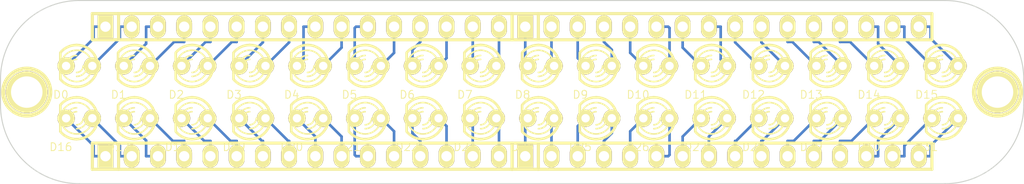
<source format=kicad_pcb>
(kicad_pcb (version 3) (host pcbnew "(2013-05-31 BZR 4019)-stable")

  (general
    (links 64)
    (no_connects 0)
    (area 14.576778 24.7904 114.963222 44.500001)
    (thickness 1.6)
    (drawings 8)
    (tracks 166)
    (zones 0)
    (modules 38)
    (nets 65)
  )

  (page A3)
  (layers
    (15 F.Cu signal)
    (0 B.Cu signal)
    (16 B.Adhes user)
    (17 F.Adhes user)
    (18 B.Paste user)
    (19 F.Paste user)
    (20 B.SilkS user)
    (21 F.SilkS user)
    (22 B.Mask user)
    (23 F.Mask user)
    (24 Dwgs.User user)
    (25 Cmts.User user)
    (26 Eco1.User user)
    (27 Eco2.User user)
    (28 Edge.Cuts user)
  )

  (setup
    (last_trace_width 0.254)
    (trace_clearance 0.254)
    (zone_clearance 0.508)
    (zone_45_only no)
    (trace_min 0.254)
    (segment_width 0.2)
    (edge_width 0.1)
    (via_size 0.889)
    (via_drill 0.635)
    (via_min_size 0.889)
    (via_min_drill 0.508)
    (uvia_size 0.508)
    (uvia_drill 0.127)
    (uvias_allowed no)
    (uvia_min_size 0.508)
    (uvia_min_drill 0.127)
    (pcb_text_width 0.3)
    (pcb_text_size 1.5 1.5)
    (mod_edge_width 0.15)
    (mod_text_size 1 1)
    (mod_text_width 0.15)
    (pad_size 1.5 1.5)
    (pad_drill 0.6)
    (pad_to_mask_clearance 0)
    (aux_axis_origin 0 0)
    (visible_elements 7FFFFFFF)
    (pcbplotparams
      (layerselection 284196865)
      (usegerberextensions true)
      (excludeedgelayer true)
      (linewidth 0.150000)
      (plotframeref false)
      (viasonmask false)
      (mode 1)
      (useauxorigin false)
      (hpglpennumber 1)
      (hpglpenspeed 20)
      (hpglpendiameter 15)
      (hpglpenoverlay 2)
      (psnegative false)
      (psa4output false)
      (plotreference true)
      (plotvalue true)
      (plotothertext true)
      (plotinvisibletext false)
      (padsonsilk false)
      (subtractmaskfromsilk false)
      (outputformat 1)
      (mirror false)
      (drillshape 0)
      (scaleselection 1)
      (outputdirectory gerber/))
  )

  (net 0 "")
  (net 1 N-000001)
  (net 2 N-0000010)
  (net 3 N-0000011)
  (net 4 N-0000012)
  (net 5 N-0000013)
  (net 6 N-0000014)
  (net 7 N-0000015)
  (net 8 N-0000016)
  (net 9 N-0000017)
  (net 10 N-0000018)
  (net 11 N-0000019)
  (net 12 N-000002)
  (net 13 N-0000020)
  (net 14 N-0000021)
  (net 15 N-0000022)
  (net 16 N-0000023)
  (net 17 N-0000024)
  (net 18 N-0000025)
  (net 19 N-0000026)
  (net 20 N-0000027)
  (net 21 N-0000028)
  (net 22 N-0000029)
  (net 23 N-000003)
  (net 24 N-0000030)
  (net 25 N-0000031)
  (net 26 N-0000032)
  (net 27 N-0000033)
  (net 28 N-0000034)
  (net 29 N-0000035)
  (net 30 N-0000036)
  (net 31 N-0000037)
  (net 32 N-0000038)
  (net 33 N-0000039)
  (net 34 N-000004)
  (net 35 N-0000040)
  (net 36 N-0000041)
  (net 37 N-0000042)
  (net 38 N-0000043)
  (net 39 N-0000044)
  (net 40 N-0000045)
  (net 41 N-0000046)
  (net 42 N-0000047)
  (net 43 N-0000048)
  (net 44 N-0000049)
  (net 45 N-000005)
  (net 46 N-0000050)
  (net 47 N-0000051)
  (net 48 N-0000052)
  (net 49 N-0000053)
  (net 50 N-0000054)
  (net 51 N-0000055)
  (net 52 N-0000056)
  (net 53 N-0000057)
  (net 54 N-0000058)
  (net 55 N-0000059)
  (net 56 N-000006)
  (net 57 N-0000060)
  (net 58 N-0000061)
  (net 59 N-0000062)
  (net 60 N-0000063)
  (net 61 N-0000064)
  (net 62 N-000007)
  (net 63 N-000008)
  (net 64 N-000009)

  (net_class Default "This is the default net class."
    (clearance 0.254)
    (trace_width 0.254)
    (via_dia 0.889)
    (via_drill 0.635)
    (uvia_dia 0.508)
    (uvia_drill 0.127)
    (add_net "")
    (add_net N-000001)
    (add_net N-0000010)
    (add_net N-0000011)
    (add_net N-0000012)
    (add_net N-0000013)
    (add_net N-0000014)
    (add_net N-0000015)
    (add_net N-0000016)
    (add_net N-0000017)
    (add_net N-0000018)
    (add_net N-0000019)
    (add_net N-000002)
    (add_net N-0000020)
    (add_net N-0000021)
    (add_net N-0000022)
    (add_net N-0000023)
    (add_net N-0000024)
    (add_net N-0000025)
    (add_net N-0000026)
    (add_net N-0000027)
    (add_net N-0000028)
    (add_net N-0000029)
    (add_net N-000003)
    (add_net N-0000030)
    (add_net N-0000031)
    (add_net N-0000032)
    (add_net N-0000033)
    (add_net N-0000034)
    (add_net N-0000035)
    (add_net N-0000036)
    (add_net N-0000037)
    (add_net N-0000038)
    (add_net N-0000039)
    (add_net N-000004)
    (add_net N-0000040)
    (add_net N-0000041)
    (add_net N-0000042)
    (add_net N-0000043)
    (add_net N-0000044)
    (add_net N-0000045)
    (add_net N-0000046)
    (add_net N-0000047)
    (add_net N-0000048)
    (add_net N-0000049)
    (add_net N-000005)
    (add_net N-0000050)
    (add_net N-0000051)
    (add_net N-0000052)
    (add_net N-0000053)
    (add_net N-0000054)
    (add_net N-0000055)
    (add_net N-0000056)
    (add_net N-0000057)
    (add_net N-0000058)
    (add_net N-0000059)
    (add_net N-000006)
    (add_net N-0000060)
    (add_net N-0000061)
    (add_net N-0000062)
    (add_net N-0000063)
    (add_net N-0000064)
    (add_net N-000007)
    (add_net N-000008)
    (add_net N-000009)
  )

  (module pin_strip_16   placed (layer F.Cu) (tedit 5224CE84) (tstamp 5224CE9C)
    (at 85.09 41.783)
    (descr "Pin strip 16pin")
    (tags "CONN DEV")
    (path /5224B47C)
    (fp_text reference J4 (at 0 -2.159) (layer F.SilkS) hide
      (effects (font (size 1.016 1.016) (thickness 0.2032)))
    )
    (fp_text value HEADER_16 (at 0.254 -3.556) (layer F.SilkS) hide
      (effects (font (size 1.016 0.889) (thickness 0.2032)))
    )
    (fp_line (start 20.32 1.27) (end -20.32 1.27) (layer F.SilkS) (width 0.3048))
    (fp_line (start -20.32 -1.27) (end 20.32 -1.27) (layer F.SilkS) (width 0.3048))
    (fp_line (start 20.32 -1.27) (end 20.32 1.27) (layer F.SilkS) (width 0.3048))
    (fp_line (start -17.78 -1.27) (end -17.78 1.27) (layer F.SilkS) (width 0.3048))
    (fp_line (start -20.32 1.27) (end -20.32 -1.27) (layer F.SilkS) (width 0.3048))
    (pad 1 thru_hole rect (at -19.05 0) (size 1.524 2.19964) (drill 1.00076)
      (layers *.Cu *.Mask F.SilkS)
      (net 14 N-0000021)
    )
    (pad 2 thru_hole oval (at -16.51 0) (size 1.524 2.19964) (drill 1.00076)
      (layers *.Cu *.Mask F.SilkS)
      (net 15 N-0000022)
    )
    (pad 3 thru_hole oval (at -13.97 0) (size 1.524 2.19964) (drill 1.00076)
      (layers *.Cu *.Mask F.SilkS)
      (net 16 N-0000023)
    )
    (pad 4 thru_hole oval (at -11.43 0) (size 1.524 2.19964) (drill 1.00076)
      (layers *.Cu *.Mask F.SilkS)
      (net 17 N-0000024)
    )
    (pad 5 thru_hole oval (at -8.89 0) (size 1.524 2.19964) (drill 1.00076)
      (layers *.Cu *.Mask F.SilkS)
      (net 18 N-0000025)
    )
    (pad 6 thru_hole oval (at -6.35 0) (size 1.524 2.19964) (drill 1.00076)
      (layers *.Cu *.Mask F.SilkS)
      (net 19 N-0000026)
    )
    (pad 7 thru_hole oval (at -3.81 0) (size 1.524 2.19964) (drill 1.00076)
      (layers *.Cu *.Mask F.SilkS)
      (net 20 N-0000027)
    )
    (pad 8 thru_hole oval (at -1.27 0) (size 1.524 2.19964) (drill 1.00076)
      (layers *.Cu *.Mask F.SilkS)
      (net 9 N-0000017)
    )
    (pad 9 thru_hole oval (at 1.27 0) (size 1.524 2.19964) (drill 1.00076)
      (layers *.Cu *.Mask F.SilkS)
      (net 22 N-0000029)
    )
    (pad 10 thru_hole oval (at 3.81 0) (size 1.524 2.19964) (drill 1.00076)
      (layers *.Cu *.Mask F.SilkS)
      (net 24 N-0000030)
    )
    (pad 11 thru_hole oval (at 6.35 0) (size 1.524 2.19964) (drill 1.00076)
      (layers *.Cu *.Mask F.SilkS)
      (net 25 N-0000031)
    )
    (pad 12 thru_hole oval (at 8.89 0) (size 1.524 2.19964) (drill 1.00076)
      (layers *.Cu *.Mask F.SilkS)
      (net 26 N-0000032)
    )
    (pad 13 thru_hole oval (at 11.43 0) (size 1.524 2.19964) (drill 1.00076)
      (layers *.Cu *.Mask F.SilkS)
      (net 21 N-0000028)
    )
    (pad 14 thru_hole oval (at 13.97 0) (size 1.524 2.19964) (drill 1.00076)
      (layers *.Cu *.Mask F.SilkS)
      (net 10 N-0000018)
    )
    (pad 15 thru_hole oval (at 16.51 0) (size 1.524 2.19964) (drill 1.00076)
      (layers *.Cu *.Mask F.SilkS)
      (net 11 N-0000019)
    )
    (pad 16 thru_hole oval (at 19.05 0) (size 1.524 2.19964) (drill 1.00076)
      (layers *.Cu *.Mask F.SilkS)
      (net 13 N-0000020)
    )
    (model walter/pin_strip/pin_strip_16.wrl
      (at (xyz 0 0 0))
      (scale (xyz 1 1 1))
      (rotate (xyz 0 0 0))
    )
  )

  (module pin_strip_16   placed (layer F.Cu) (tedit 5224CE75) (tstamp 5224B5C0)
    (at 85.09 29.21)
    (descr "Pin strip 16pin")
    (tags "CONN DEV")
    (path /5224B3E0)
    (fp_text reference J2 (at 0 -2.159) (layer F.SilkS) hide
      (effects (font (size 1.016 1.016) (thickness 0.2032)))
    )
    (fp_text value HEADER_16 (at 0.254 -3.556) (layer F.SilkS) hide
      (effects (font (size 1.016 0.889) (thickness 0.2032)))
    )
    (fp_line (start 20.32 1.27) (end -20.32 1.27) (layer F.SilkS) (width 0.3048))
    (fp_line (start -20.32 -1.27) (end 20.32 -1.27) (layer F.SilkS) (width 0.3048))
    (fp_line (start 20.32 -1.27) (end 20.32 1.27) (layer F.SilkS) (width 0.3048))
    (fp_line (start -17.78 -1.27) (end -17.78 1.27) (layer F.SilkS) (width 0.3048))
    (fp_line (start -20.32 1.27) (end -20.32 -1.27) (layer F.SilkS) (width 0.3048))
    (pad 1 thru_hole rect (at -19.05 0) (size 1.524 2.19964) (drill 1.00076)
      (layers *.Cu *.Mask F.SilkS)
      (net 49 N-0000053)
    )
    (pad 2 thru_hole oval (at -16.51 0) (size 1.524 2.19964) (drill 1.00076)
      (layers *.Cu *.Mask F.SilkS)
      (net 50 N-0000054)
    )
    (pad 3 thru_hole oval (at -13.97 0) (size 1.524 2.19964) (drill 1.00076)
      (layers *.Cu *.Mask F.SilkS)
      (net 51 N-0000055)
    )
    (pad 4 thru_hole oval (at -11.43 0) (size 1.524 2.19964) (drill 1.00076)
      (layers *.Cu *.Mask F.SilkS)
      (net 52 N-0000056)
    )
    (pad 5 thru_hole oval (at -8.89 0) (size 1.524 2.19964) (drill 1.00076)
      (layers *.Cu *.Mask F.SilkS)
      (net 53 N-0000057)
    )
    (pad 6 thru_hole oval (at -6.35 0) (size 1.524 2.19964) (drill 1.00076)
      (layers *.Cu *.Mask F.SilkS)
      (net 54 N-0000058)
    )
    (pad 7 thru_hole oval (at -3.81 0) (size 1.524 2.19964) (drill 1.00076)
      (layers *.Cu *.Mask F.SilkS)
      (net 55 N-0000059)
    )
    (pad 8 thru_hole oval (at -1.27 0) (size 1.524 2.19964) (drill 1.00076)
      (layers *.Cu *.Mask F.SilkS)
      (net 44 N-0000049)
    )
    (pad 9 thru_hole oval (at 1.27 0) (size 1.524 2.19964) (drill 1.00076)
      (layers *.Cu *.Mask F.SilkS)
      (net 58 N-0000061)
    )
    (pad 10 thru_hole oval (at 3.81 0) (size 1.524 2.19964) (drill 1.00076)
      (layers *.Cu *.Mask F.SilkS)
      (net 59 N-0000062)
    )
    (pad 11 thru_hole oval (at 6.35 0) (size 1.524 2.19964) (drill 1.00076)
      (layers *.Cu *.Mask F.SilkS)
      (net 60 N-0000063)
    )
    (pad 12 thru_hole oval (at 8.89 0) (size 1.524 2.19964) (drill 1.00076)
      (layers *.Cu *.Mask F.SilkS)
      (net 61 N-0000064)
    )
    (pad 13 thru_hole oval (at 11.43 0) (size 1.524 2.19964) (drill 1.00076)
      (layers *.Cu *.Mask F.SilkS)
      (net 57 N-0000060)
    )
    (pad 14 thru_hole oval (at 13.97 0) (size 1.524 2.19964) (drill 1.00076)
      (layers *.Cu *.Mask F.SilkS)
      (net 46 N-0000050)
    )
    (pad 15 thru_hole oval (at 16.51 0) (size 1.524 2.19964) (drill 1.00076)
      (layers *.Cu *.Mask F.SilkS)
      (net 47 N-0000051)
    )
    (pad 16 thru_hole oval (at 19.05 0) (size 1.524 2.19964) (drill 1.00076)
      (layers *.Cu *.Mask F.SilkS)
      (net 48 N-0000052)
    )
    (model walter/pin_strip/pin_strip_16.wrl
      (at (xyz 0 0 0))
      (scale (xyz 1 1 1))
      (rotate (xyz 0 0 0))
    )
  )

  (module pin_strip_16   placed (layer F.Cu) (tedit 5224CE6C) (tstamp 5224B5D9)
    (at 44.45 29.21)
    (descr "Pin strip 16pin")
    (tags "CONN DEV")
    (path /5224B111)
    (fp_text reference J1 (at 0 -2.159) (layer F.SilkS) hide
      (effects (font (size 1.016 1.016) (thickness 0.2032)))
    )
    (fp_text value HEADER_16 (at 0.254 -3.556) (layer F.SilkS) hide
      (effects (font (size 1.016 0.889) (thickness 0.2032)))
    )
    (fp_line (start 20.32 1.27) (end -20.32 1.27) (layer F.SilkS) (width 0.3048))
    (fp_line (start -20.32 -1.27) (end 20.32 -1.27) (layer F.SilkS) (width 0.3048))
    (fp_line (start 20.32 -1.27) (end 20.32 1.27) (layer F.SilkS) (width 0.3048))
    (fp_line (start -17.78 -1.27) (end -17.78 1.27) (layer F.SilkS) (width 0.3048))
    (fp_line (start -20.32 1.27) (end -20.32 -1.27) (layer F.SilkS) (width 0.3048))
    (pad 1 thru_hole rect (at -19.05 0) (size 1.524 2.19964) (drill 1.00076)
      (layers *.Cu *.Mask F.SilkS)
      (net 31 N-0000037)
    )
    (pad 2 thru_hole oval (at -16.51 0) (size 1.524 2.19964) (drill 1.00076)
      (layers *.Cu *.Mask F.SilkS)
      (net 32 N-0000038)
    )
    (pad 3 thru_hole oval (at -13.97 0) (size 1.524 2.19964) (drill 1.00076)
      (layers *.Cu *.Mask F.SilkS)
      (net 33 N-0000039)
    )
    (pad 4 thru_hole oval (at -11.43 0) (size 1.524 2.19964) (drill 1.00076)
      (layers *.Cu *.Mask F.SilkS)
      (net 35 N-0000040)
    )
    (pad 5 thru_hole oval (at -8.89 0) (size 1.524 2.19964) (drill 1.00076)
      (layers *.Cu *.Mask F.SilkS)
      (net 36 N-0000041)
    )
    (pad 6 thru_hole oval (at -6.35 0) (size 1.524 2.19964) (drill 1.00076)
      (layers *.Cu *.Mask F.SilkS)
      (net 37 N-0000042)
    )
    (pad 7 thru_hole oval (at -3.81 0) (size 1.524 2.19964) (drill 1.00076)
      (layers *.Cu *.Mask F.SilkS)
      (net 38 N-0000043)
    )
    (pad 8 thru_hole oval (at -1.27 0) (size 1.524 2.19964) (drill 1.00076)
      (layers *.Cu *.Mask F.SilkS)
      (net 27 N-0000033)
    )
    (pad 9 thru_hole oval (at 1.27 0) (size 1.524 2.19964) (drill 1.00076)
      (layers *.Cu *.Mask F.SilkS)
      (net 40 N-0000045)
    )
    (pad 10 thru_hole oval (at 3.81 0) (size 1.524 2.19964) (drill 1.00076)
      (layers *.Cu *.Mask F.SilkS)
      (net 41 N-0000046)
    )
    (pad 11 thru_hole oval (at 6.35 0) (size 1.524 2.19964) (drill 1.00076)
      (layers *.Cu *.Mask F.SilkS)
      (net 42 N-0000047)
    )
    (pad 12 thru_hole oval (at 8.89 0) (size 1.524 2.19964) (drill 1.00076)
      (layers *.Cu *.Mask F.SilkS)
      (net 43 N-0000048)
    )
    (pad 13 thru_hole oval (at 11.43 0) (size 1.524 2.19964) (drill 1.00076)
      (layers *.Cu *.Mask F.SilkS)
      (net 39 N-0000044)
    )
    (pad 14 thru_hole oval (at 13.97 0) (size 1.524 2.19964) (drill 1.00076)
      (layers *.Cu *.Mask F.SilkS)
      (net 28 N-0000034)
    )
    (pad 15 thru_hole oval (at 16.51 0) (size 1.524 2.19964) (drill 1.00076)
      (layers *.Cu *.Mask F.SilkS)
      (net 29 N-0000035)
    )
    (pad 16 thru_hole oval (at 19.05 0) (size 1.524 2.19964) (drill 1.00076)
      (layers *.Cu *.Mask F.SilkS)
      (net 30 N-0000036)
    )
    (model walter/pin_strip/pin_strip_16.wrl
      (at (xyz 0 0 0))
      (scale (xyz 1 1 1))
      (rotate (xyz 0 0 0))
    )
  )

  (module pin_strip_16   placed (layer F.Cu) (tedit 5224CE7C) (tstamp 5224B5F2)
    (at 44.45 41.783)
    (descr "Pin strip 16pin")
    (tags "CONN DEV")
    (path /5224B42E)
    (fp_text reference J3 (at 0 -2.159) (layer F.SilkS) hide
      (effects (font (size 1.016 1.016) (thickness 0.2032)))
    )
    (fp_text value HEADER_16 (at 0.254 -3.556) (layer F.SilkS) hide
      (effects (font (size 1.016 0.889) (thickness 0.2032)))
    )
    (fp_line (start 20.32 1.27) (end -20.32 1.27) (layer F.SilkS) (width 0.3048))
    (fp_line (start -20.32 -1.27) (end 20.32 -1.27) (layer F.SilkS) (width 0.3048))
    (fp_line (start 20.32 -1.27) (end 20.32 1.27) (layer F.SilkS) (width 0.3048))
    (fp_line (start -17.78 -1.27) (end -17.78 1.27) (layer F.SilkS) (width 0.3048))
    (fp_line (start -20.32 1.27) (end -20.32 -1.27) (layer F.SilkS) (width 0.3048))
    (pad 1 thru_hole rect (at -19.05 0) (size 1.524 2.19964) (drill 1.00076)
      (layers *.Cu *.Mask F.SilkS)
      (net 45 N-000005)
    )
    (pad 2 thru_hole oval (at -16.51 0) (size 1.524 2.19964) (drill 1.00076)
      (layers *.Cu *.Mask F.SilkS)
      (net 56 N-000006)
    )
    (pad 3 thru_hole oval (at -13.97 0) (size 1.524 2.19964) (drill 1.00076)
      (layers *.Cu *.Mask F.SilkS)
      (net 62 N-000007)
    )
    (pad 4 thru_hole oval (at -11.43 0) (size 1.524 2.19964) (drill 1.00076)
      (layers *.Cu *.Mask F.SilkS)
      (net 63 N-000008)
    )
    (pad 5 thru_hole oval (at -8.89 0) (size 1.524 2.19964) (drill 1.00076)
      (layers *.Cu *.Mask F.SilkS)
      (net 64 N-000009)
    )
    (pad 6 thru_hole oval (at -6.35 0) (size 1.524 2.19964) (drill 1.00076)
      (layers *.Cu *.Mask F.SilkS)
      (net 2 N-0000010)
    )
    (pad 7 thru_hole oval (at -3.81 0) (size 1.524 2.19964) (drill 1.00076)
      (layers *.Cu *.Mask F.SilkS)
      (net 3 N-0000011)
    )
    (pad 8 thru_hole oval (at -1.27 0) (size 1.524 2.19964) (drill 1.00076)
      (layers *.Cu *.Mask F.SilkS)
      (net 1 N-000001)
    )
    (pad 9 thru_hole oval (at 1.27 0) (size 1.524 2.19964) (drill 1.00076)
      (layers *.Cu *.Mask F.SilkS)
      (net 5 N-0000013)
    )
    (pad 10 thru_hole oval (at 3.81 0) (size 1.524 2.19964) (drill 1.00076)
      (layers *.Cu *.Mask F.SilkS)
      (net 6 N-0000014)
    )
    (pad 11 thru_hole oval (at 6.35 0) (size 1.524 2.19964) (drill 1.00076)
      (layers *.Cu *.Mask F.SilkS)
      (net 7 N-0000015)
    )
    (pad 12 thru_hole oval (at 8.89 0) (size 1.524 2.19964) (drill 1.00076)
      (layers *.Cu *.Mask F.SilkS)
      (net 8 N-0000016)
    )
    (pad 13 thru_hole oval (at 11.43 0) (size 1.524 2.19964) (drill 1.00076)
      (layers *.Cu *.Mask F.SilkS)
      (net 4 N-0000012)
    )
    (pad 14 thru_hole oval (at 13.97 0) (size 1.524 2.19964) (drill 1.00076)
      (layers *.Cu *.Mask F.SilkS)
      (net 12 N-000002)
    )
    (pad 15 thru_hole oval (at 16.51 0) (size 1.524 2.19964) (drill 1.00076)
      (layers *.Cu *.Mask F.SilkS)
      (net 23 N-000003)
    )
    (pad 16 thru_hole oval (at 19.05 0) (size 1.524 2.19964) (drill 1.00076)
      (layers *.Cu *.Mask F.SilkS)
      (net 34 N-000004)
    )
    (model walter/pin_strip/pin_strip_16.wrl
      (at (xyz 0 0 0))
      (scale (xyz 1 1 1))
      (rotate (xyz 0 0 0))
    )
  )

  (module LED-3MM   placed (layer F.Cu) (tedit 5224C8DD) (tstamp 5224B60B)
    (at 73.152 38.1 180)
    (descr "LED 3mm - Lead pitch 100mil (2,54mm)")
    (tags "LED led 3mm 3MM 100mil 2,54mm")
    (path /5224B452)
    (fp_text reference D25 (at 1.778 -2.794 180) (layer F.SilkS)
      (effects (font (size 0.762 0.762) (thickness 0.0889)))
    )
    (fp_text value LED (at 0 2.54 180) (layer F.SilkS) hide
      (effects (font (size 0.762 0.762) (thickness 0.0889)))
    )
    (fp_line (start 1.8288 1.27) (end 1.8288 -1.27) (layer F.SilkS) (width 0.254))
    (fp_arc (start 0.254 0) (end -1.27 0) (angle 39.8) (layer F.SilkS) (width 0.1524))
    (fp_arc (start 0.254 0) (end -0.88392 1.01092) (angle 41.6) (layer F.SilkS) (width 0.1524))
    (fp_arc (start 0.254 0) (end 1.4097 -0.9906) (angle 40.6) (layer F.SilkS) (width 0.1524))
    (fp_arc (start 0.254 0) (end 1.778 0) (angle 39.8) (layer F.SilkS) (width 0.1524))
    (fp_arc (start 0.254 0) (end 0.254 -1.524) (angle 54.4) (layer F.SilkS) (width 0.1524))
    (fp_arc (start 0.254 0) (end -0.9652 -0.9144) (angle 53.1) (layer F.SilkS) (width 0.1524))
    (fp_arc (start 0.254 0) (end 1.45542 0.93472) (angle 52.1) (layer F.SilkS) (width 0.1524))
    (fp_arc (start 0.254 0) (end 0.254 1.524) (angle 52.1) (layer F.SilkS) (width 0.1524))
    (fp_arc (start 0.254 0) (end -0.381 0) (angle 90) (layer F.SilkS) (width 0.1524))
    (fp_arc (start 0.254 0) (end -0.762 0) (angle 90) (layer F.SilkS) (width 0.1524))
    (fp_arc (start 0.254 0) (end 0.889 0) (angle 90) (layer F.SilkS) (width 0.1524))
    (fp_arc (start 0.254 0) (end 1.27 0) (angle 90) (layer F.SilkS) (width 0.1524))
    (fp_arc (start 0.254 0) (end 0.254 -2.032) (angle 50.1) (layer F.SilkS) (width 0.254))
    (fp_arc (start 0.254 0) (end -1.5367 -0.95504) (angle 61.9) (layer F.SilkS) (width 0.254))
    (fp_arc (start 0.254 0) (end 1.8034 1.31064) (angle 49.7) (layer F.SilkS) (width 0.254))
    (fp_arc (start 0.254 0) (end 0.254 2.032) (angle 60.2) (layer F.SilkS) (width 0.254))
    (fp_arc (start 0.254 0) (end -1.778 0) (angle 28.3) (layer F.SilkS) (width 0.254))
    (fp_arc (start 0.254 0) (end -1.47574 1.06426) (angle 31.6) (layer F.SilkS) (width 0.254))
    (pad 1 thru_hole circle (at -1.27 0 180) (size 1.6764 1.6764) (drill 0.8128)
      (layers *.Cu *.Mask F.SilkS)
      (net 17 N-0000024)
    )
    (pad 2 thru_hole circle (at 1.27 0 180) (size 1.6764 1.6764) (drill 0.8128)
      (layers *.Cu *.Mask F.SilkS)
      (net 16 N-0000023)
    )
    (model discret/leds/led3_vertical_verde.wrl
      (at (xyz 0 0 0))
      (scale (xyz 1 1 1))
      (rotate (xyz 0 0 0))
    )
  )

  (module LED-3MM   placed (layer F.Cu) (tedit 5224C883) (tstamp 5224B624)
    (at 34.036 38.1 180)
    (descr "LED 3mm - Lead pitch 100mil (2,54mm)")
    (tags "LED led 3mm 3MM 100mil 2,54mm")
    (path /5224B40A)
    (fp_text reference D18 (at 1.778 -2.794 180) (layer F.SilkS)
      (effects (font (size 0.762 0.762) (thickness 0.0889)))
    )
    (fp_text value LED (at 0 2.54 180) (layer F.SilkS) hide
      (effects (font (size 0.762 0.762) (thickness 0.0889)))
    )
    (fp_line (start 1.8288 1.27) (end 1.8288 -1.27) (layer F.SilkS) (width 0.254))
    (fp_arc (start 0.254 0) (end -1.27 0) (angle 39.8) (layer F.SilkS) (width 0.1524))
    (fp_arc (start 0.254 0) (end -0.88392 1.01092) (angle 41.6) (layer F.SilkS) (width 0.1524))
    (fp_arc (start 0.254 0) (end 1.4097 -0.9906) (angle 40.6) (layer F.SilkS) (width 0.1524))
    (fp_arc (start 0.254 0) (end 1.778 0) (angle 39.8) (layer F.SilkS) (width 0.1524))
    (fp_arc (start 0.254 0) (end 0.254 -1.524) (angle 54.4) (layer F.SilkS) (width 0.1524))
    (fp_arc (start 0.254 0) (end -0.9652 -0.9144) (angle 53.1) (layer F.SilkS) (width 0.1524))
    (fp_arc (start 0.254 0) (end 1.45542 0.93472) (angle 52.1) (layer F.SilkS) (width 0.1524))
    (fp_arc (start 0.254 0) (end 0.254 1.524) (angle 52.1) (layer F.SilkS) (width 0.1524))
    (fp_arc (start 0.254 0) (end -0.381 0) (angle 90) (layer F.SilkS) (width 0.1524))
    (fp_arc (start 0.254 0) (end -0.762 0) (angle 90) (layer F.SilkS) (width 0.1524))
    (fp_arc (start 0.254 0) (end 0.889 0) (angle 90) (layer F.SilkS) (width 0.1524))
    (fp_arc (start 0.254 0) (end 1.27 0) (angle 90) (layer F.SilkS) (width 0.1524))
    (fp_arc (start 0.254 0) (end 0.254 -2.032) (angle 50.1) (layer F.SilkS) (width 0.254))
    (fp_arc (start 0.254 0) (end -1.5367 -0.95504) (angle 61.9) (layer F.SilkS) (width 0.254))
    (fp_arc (start 0.254 0) (end 1.8034 1.31064) (angle 49.7) (layer F.SilkS) (width 0.254))
    (fp_arc (start 0.254 0) (end 0.254 2.032) (angle 60.2) (layer F.SilkS) (width 0.254))
    (fp_arc (start 0.254 0) (end -1.778 0) (angle 28.3) (layer F.SilkS) (width 0.254))
    (fp_arc (start 0.254 0) (end -1.47574 1.06426) (angle 31.6) (layer F.SilkS) (width 0.254))
    (pad 1 thru_hole circle (at -1.27 0 180) (size 1.6764 1.6764) (drill 0.8128)
      (layers *.Cu *.Mask F.SilkS)
      (net 2 N-0000010)
    )
    (pad 2 thru_hole circle (at 1.27 0 180) (size 1.6764 1.6764) (drill 0.8128)
      (layers *.Cu *.Mask F.SilkS)
      (net 64 N-000009)
    )
    (model discret/leds/led3_vertical_verde.wrl
      (at (xyz 0 0 0))
      (scale (xyz 1 1 1))
      (rotate (xyz 0 0 0))
    )
  )

  (module LED-3MM   placed (layer F.Cu) (tedit 5224C889) (tstamp 5224B63D)
    (at 39.624 38.1 180)
    (descr "LED 3mm - Lead pitch 100mil (2,54mm)")
    (tags "LED led 3mm 3MM 100mil 2,54mm")
    (path /5224B410)
    (fp_text reference D19 (at 1.778 -2.794 180) (layer F.SilkS)
      (effects (font (size 0.762 0.762) (thickness 0.0889)))
    )
    (fp_text value LED (at 0 2.54 180) (layer F.SilkS) hide
      (effects (font (size 0.762 0.762) (thickness 0.0889)))
    )
    (fp_line (start 1.8288 1.27) (end 1.8288 -1.27) (layer F.SilkS) (width 0.254))
    (fp_arc (start 0.254 0) (end -1.27 0) (angle 39.8) (layer F.SilkS) (width 0.1524))
    (fp_arc (start 0.254 0) (end -0.88392 1.01092) (angle 41.6) (layer F.SilkS) (width 0.1524))
    (fp_arc (start 0.254 0) (end 1.4097 -0.9906) (angle 40.6) (layer F.SilkS) (width 0.1524))
    (fp_arc (start 0.254 0) (end 1.778 0) (angle 39.8) (layer F.SilkS) (width 0.1524))
    (fp_arc (start 0.254 0) (end 0.254 -1.524) (angle 54.4) (layer F.SilkS) (width 0.1524))
    (fp_arc (start 0.254 0) (end -0.9652 -0.9144) (angle 53.1) (layer F.SilkS) (width 0.1524))
    (fp_arc (start 0.254 0) (end 1.45542 0.93472) (angle 52.1) (layer F.SilkS) (width 0.1524))
    (fp_arc (start 0.254 0) (end 0.254 1.524) (angle 52.1) (layer F.SilkS) (width 0.1524))
    (fp_arc (start 0.254 0) (end -0.381 0) (angle 90) (layer F.SilkS) (width 0.1524))
    (fp_arc (start 0.254 0) (end -0.762 0) (angle 90) (layer F.SilkS) (width 0.1524))
    (fp_arc (start 0.254 0) (end 0.889 0) (angle 90) (layer F.SilkS) (width 0.1524))
    (fp_arc (start 0.254 0) (end 1.27 0) (angle 90) (layer F.SilkS) (width 0.1524))
    (fp_arc (start 0.254 0) (end 0.254 -2.032) (angle 50.1) (layer F.SilkS) (width 0.254))
    (fp_arc (start 0.254 0) (end -1.5367 -0.95504) (angle 61.9) (layer F.SilkS) (width 0.254))
    (fp_arc (start 0.254 0) (end 1.8034 1.31064) (angle 49.7) (layer F.SilkS) (width 0.254))
    (fp_arc (start 0.254 0) (end 0.254 2.032) (angle 60.2) (layer F.SilkS) (width 0.254))
    (fp_arc (start 0.254 0) (end -1.778 0) (angle 28.3) (layer F.SilkS) (width 0.254))
    (fp_arc (start 0.254 0) (end -1.47574 1.06426) (angle 31.6) (layer F.SilkS) (width 0.254))
    (pad 1 thru_hole circle (at -1.27 0 180) (size 1.6764 1.6764) (drill 0.8128)
      (layers *.Cu *.Mask F.SilkS)
      (net 1 N-000001)
    )
    (pad 2 thru_hole circle (at 1.27 0 180) (size 1.6764 1.6764) (drill 0.8128)
      (layers *.Cu *.Mask F.SilkS)
      (net 3 N-0000011)
    )
    (model discret/leds/led3_vertical_verde.wrl
      (at (xyz 0 0 0))
      (scale (xyz 1 1 1))
      (rotate (xyz 0 0 0))
    )
  )

  (module LED-3MM   placed (layer F.Cu) (tedit 5224C890) (tstamp 5224B656)
    (at 45.212 38.1 180)
    (descr "LED 3mm - Lead pitch 100mil (2,54mm)")
    (tags "LED led 3mm 3MM 100mil 2,54mm")
    (path /5224B416)
    (fp_text reference D20 (at 1.778 -2.794 180) (layer F.SilkS)
      (effects (font (size 0.762 0.762) (thickness 0.0889)))
    )
    (fp_text value LED (at 0 2.54 180) (layer F.SilkS) hide
      (effects (font (size 0.762 0.762) (thickness 0.0889)))
    )
    (fp_line (start 1.8288 1.27) (end 1.8288 -1.27) (layer F.SilkS) (width 0.254))
    (fp_arc (start 0.254 0) (end -1.27 0) (angle 39.8) (layer F.SilkS) (width 0.1524))
    (fp_arc (start 0.254 0) (end -0.88392 1.01092) (angle 41.6) (layer F.SilkS) (width 0.1524))
    (fp_arc (start 0.254 0) (end 1.4097 -0.9906) (angle 40.6) (layer F.SilkS) (width 0.1524))
    (fp_arc (start 0.254 0) (end 1.778 0) (angle 39.8) (layer F.SilkS) (width 0.1524))
    (fp_arc (start 0.254 0) (end 0.254 -1.524) (angle 54.4) (layer F.SilkS) (width 0.1524))
    (fp_arc (start 0.254 0) (end -0.9652 -0.9144) (angle 53.1) (layer F.SilkS) (width 0.1524))
    (fp_arc (start 0.254 0) (end 1.45542 0.93472) (angle 52.1) (layer F.SilkS) (width 0.1524))
    (fp_arc (start 0.254 0) (end 0.254 1.524) (angle 52.1) (layer F.SilkS) (width 0.1524))
    (fp_arc (start 0.254 0) (end -0.381 0) (angle 90) (layer F.SilkS) (width 0.1524))
    (fp_arc (start 0.254 0) (end -0.762 0) (angle 90) (layer F.SilkS) (width 0.1524))
    (fp_arc (start 0.254 0) (end 0.889 0) (angle 90) (layer F.SilkS) (width 0.1524))
    (fp_arc (start 0.254 0) (end 1.27 0) (angle 90) (layer F.SilkS) (width 0.1524))
    (fp_arc (start 0.254 0) (end 0.254 -2.032) (angle 50.1) (layer F.SilkS) (width 0.254))
    (fp_arc (start 0.254 0) (end -1.5367 -0.95504) (angle 61.9) (layer F.SilkS) (width 0.254))
    (fp_arc (start 0.254 0) (end 1.8034 1.31064) (angle 49.7) (layer F.SilkS) (width 0.254))
    (fp_arc (start 0.254 0) (end 0.254 2.032) (angle 60.2) (layer F.SilkS) (width 0.254))
    (fp_arc (start 0.254 0) (end -1.778 0) (angle 28.3) (layer F.SilkS) (width 0.254))
    (fp_arc (start 0.254 0) (end -1.47574 1.06426) (angle 31.6) (layer F.SilkS) (width 0.254))
    (pad 1 thru_hole circle (at -1.27 0 180) (size 1.6764 1.6764) (drill 0.8128)
      (layers *.Cu *.Mask F.SilkS)
      (net 6 N-0000014)
    )
    (pad 2 thru_hole circle (at 1.27 0 180) (size 1.6764 1.6764) (drill 0.8128)
      (layers *.Cu *.Mask F.SilkS)
      (net 5 N-0000013)
    )
    (model discret/leds/led3_vertical_verde.wrl
      (at (xyz 0 0 0))
      (scale (xyz 1 1 1))
      (rotate (xyz 0 0 0))
    )
  )

  (module LED-3MM   placed (layer F.Cu) (tedit 5224C899) (tstamp 5224B66F)
    (at 50.8 38.1 180)
    (descr "LED 3mm - Lead pitch 100mil (2,54mm)")
    (tags "LED led 3mm 3MM 100mil 2,54mm")
    (path /5224B41C)
    (fp_text reference D21 (at 1.778 -2.794 180) (layer F.SilkS)
      (effects (font (size 0.762 0.762) (thickness 0.0889)))
    )
    (fp_text value LED (at 0 2.54 180) (layer F.SilkS) hide
      (effects (font (size 0.762 0.762) (thickness 0.0889)))
    )
    (fp_line (start 1.8288 1.27) (end 1.8288 -1.27) (layer F.SilkS) (width 0.254))
    (fp_arc (start 0.254 0) (end -1.27 0) (angle 39.8) (layer F.SilkS) (width 0.1524))
    (fp_arc (start 0.254 0) (end -0.88392 1.01092) (angle 41.6) (layer F.SilkS) (width 0.1524))
    (fp_arc (start 0.254 0) (end 1.4097 -0.9906) (angle 40.6) (layer F.SilkS) (width 0.1524))
    (fp_arc (start 0.254 0) (end 1.778 0) (angle 39.8) (layer F.SilkS) (width 0.1524))
    (fp_arc (start 0.254 0) (end 0.254 -1.524) (angle 54.4) (layer F.SilkS) (width 0.1524))
    (fp_arc (start 0.254 0) (end -0.9652 -0.9144) (angle 53.1) (layer F.SilkS) (width 0.1524))
    (fp_arc (start 0.254 0) (end 1.45542 0.93472) (angle 52.1) (layer F.SilkS) (width 0.1524))
    (fp_arc (start 0.254 0) (end 0.254 1.524) (angle 52.1) (layer F.SilkS) (width 0.1524))
    (fp_arc (start 0.254 0) (end -0.381 0) (angle 90) (layer F.SilkS) (width 0.1524))
    (fp_arc (start 0.254 0) (end -0.762 0) (angle 90) (layer F.SilkS) (width 0.1524))
    (fp_arc (start 0.254 0) (end 0.889 0) (angle 90) (layer F.SilkS) (width 0.1524))
    (fp_arc (start 0.254 0) (end 1.27 0) (angle 90) (layer F.SilkS) (width 0.1524))
    (fp_arc (start 0.254 0) (end 0.254 -2.032) (angle 50.1) (layer F.SilkS) (width 0.254))
    (fp_arc (start 0.254 0) (end -1.5367 -0.95504) (angle 61.9) (layer F.SilkS) (width 0.254))
    (fp_arc (start 0.254 0) (end 1.8034 1.31064) (angle 49.7) (layer F.SilkS) (width 0.254))
    (fp_arc (start 0.254 0) (end 0.254 2.032) (angle 60.2) (layer F.SilkS) (width 0.254))
    (fp_arc (start 0.254 0) (end -1.778 0) (angle 28.3) (layer F.SilkS) (width 0.254))
    (fp_arc (start 0.254 0) (end -1.47574 1.06426) (angle 31.6) (layer F.SilkS) (width 0.254))
    (pad 1 thru_hole circle (at -1.27 0 180) (size 1.6764 1.6764) (drill 0.8128)
      (layers *.Cu *.Mask F.SilkS)
      (net 8 N-0000016)
    )
    (pad 2 thru_hole circle (at 1.27 0 180) (size 1.6764 1.6764) (drill 0.8128)
      (layers *.Cu *.Mask F.SilkS)
      (net 7 N-0000015)
    )
    (model discret/leds/led3_vertical_verde.wrl
      (at (xyz 0 0 0))
      (scale (xyz 1 1 1))
      (rotate (xyz 0 0 0))
    )
  )

  (module LED-3MM   placed (layer F.Cu) (tedit 5224C89E) (tstamp 5224B688)
    (at 56.388 38.1 180)
    (descr "LED 3mm - Lead pitch 100mil (2,54mm)")
    (tags "LED led 3mm 3MM 100mil 2,54mm")
    (path /5224B422)
    (fp_text reference D22 (at 1.778 -2.794 180) (layer F.SilkS)
      (effects (font (size 0.762 0.762) (thickness 0.0889)))
    )
    (fp_text value LED (at 0 2.54 180) (layer F.SilkS) hide
      (effects (font (size 0.762 0.762) (thickness 0.0889)))
    )
    (fp_line (start 1.8288 1.27) (end 1.8288 -1.27) (layer F.SilkS) (width 0.254))
    (fp_arc (start 0.254 0) (end -1.27 0) (angle 39.8) (layer F.SilkS) (width 0.1524))
    (fp_arc (start 0.254 0) (end -0.88392 1.01092) (angle 41.6) (layer F.SilkS) (width 0.1524))
    (fp_arc (start 0.254 0) (end 1.4097 -0.9906) (angle 40.6) (layer F.SilkS) (width 0.1524))
    (fp_arc (start 0.254 0) (end 1.778 0) (angle 39.8) (layer F.SilkS) (width 0.1524))
    (fp_arc (start 0.254 0) (end 0.254 -1.524) (angle 54.4) (layer F.SilkS) (width 0.1524))
    (fp_arc (start 0.254 0) (end -0.9652 -0.9144) (angle 53.1) (layer F.SilkS) (width 0.1524))
    (fp_arc (start 0.254 0) (end 1.45542 0.93472) (angle 52.1) (layer F.SilkS) (width 0.1524))
    (fp_arc (start 0.254 0) (end 0.254 1.524) (angle 52.1) (layer F.SilkS) (width 0.1524))
    (fp_arc (start 0.254 0) (end -0.381 0) (angle 90) (layer F.SilkS) (width 0.1524))
    (fp_arc (start 0.254 0) (end -0.762 0) (angle 90) (layer F.SilkS) (width 0.1524))
    (fp_arc (start 0.254 0) (end 0.889 0) (angle 90) (layer F.SilkS) (width 0.1524))
    (fp_arc (start 0.254 0) (end 1.27 0) (angle 90) (layer F.SilkS) (width 0.1524))
    (fp_arc (start 0.254 0) (end 0.254 -2.032) (angle 50.1) (layer F.SilkS) (width 0.254))
    (fp_arc (start 0.254 0) (end -1.5367 -0.95504) (angle 61.9) (layer F.SilkS) (width 0.254))
    (fp_arc (start 0.254 0) (end 1.8034 1.31064) (angle 49.7) (layer F.SilkS) (width 0.254))
    (fp_arc (start 0.254 0) (end 0.254 2.032) (angle 60.2) (layer F.SilkS) (width 0.254))
    (fp_arc (start 0.254 0) (end -1.778 0) (angle 28.3) (layer F.SilkS) (width 0.254))
    (fp_arc (start 0.254 0) (end -1.47574 1.06426) (angle 31.6) (layer F.SilkS) (width 0.254))
    (pad 1 thru_hole circle (at -1.27 0 180) (size 1.6764 1.6764) (drill 0.8128)
      (layers *.Cu *.Mask F.SilkS)
      (net 12 N-000002)
    )
    (pad 2 thru_hole circle (at 1.27 0 180) (size 1.6764 1.6764) (drill 0.8128)
      (layers *.Cu *.Mask F.SilkS)
      (net 4 N-0000012)
    )
    (model discret/leds/led3_vertical_verde.wrl
      (at (xyz 0 0 0))
      (scale (xyz 1 1 1))
      (rotate (xyz 0 0 0))
    )
  )

  (module LED-3MM   placed (layer F.Cu) (tedit 5224C8A3) (tstamp 5224B6A1)
    (at 61.976 38.1 180)
    (descr "LED 3mm - Lead pitch 100mil (2,54mm)")
    (tags "LED led 3mm 3MM 100mil 2,54mm")
    (path /5224B428)
    (fp_text reference D23 (at 1.778 -2.794 180) (layer F.SilkS)
      (effects (font (size 0.762 0.762) (thickness 0.0889)))
    )
    (fp_text value LED (at 0 2.54 180) (layer F.SilkS) hide
      (effects (font (size 0.762 0.762) (thickness 0.0889)))
    )
    (fp_line (start 1.8288 1.27) (end 1.8288 -1.27) (layer F.SilkS) (width 0.254))
    (fp_arc (start 0.254 0) (end -1.27 0) (angle 39.8) (layer F.SilkS) (width 0.1524))
    (fp_arc (start 0.254 0) (end -0.88392 1.01092) (angle 41.6) (layer F.SilkS) (width 0.1524))
    (fp_arc (start 0.254 0) (end 1.4097 -0.9906) (angle 40.6) (layer F.SilkS) (width 0.1524))
    (fp_arc (start 0.254 0) (end 1.778 0) (angle 39.8) (layer F.SilkS) (width 0.1524))
    (fp_arc (start 0.254 0) (end 0.254 -1.524) (angle 54.4) (layer F.SilkS) (width 0.1524))
    (fp_arc (start 0.254 0) (end -0.9652 -0.9144) (angle 53.1) (layer F.SilkS) (width 0.1524))
    (fp_arc (start 0.254 0) (end 1.45542 0.93472) (angle 52.1) (layer F.SilkS) (width 0.1524))
    (fp_arc (start 0.254 0) (end 0.254 1.524) (angle 52.1) (layer F.SilkS) (width 0.1524))
    (fp_arc (start 0.254 0) (end -0.381 0) (angle 90) (layer F.SilkS) (width 0.1524))
    (fp_arc (start 0.254 0) (end -0.762 0) (angle 90) (layer F.SilkS) (width 0.1524))
    (fp_arc (start 0.254 0) (end 0.889 0) (angle 90) (layer F.SilkS) (width 0.1524))
    (fp_arc (start 0.254 0) (end 1.27 0) (angle 90) (layer F.SilkS) (width 0.1524))
    (fp_arc (start 0.254 0) (end 0.254 -2.032) (angle 50.1) (layer F.SilkS) (width 0.254))
    (fp_arc (start 0.254 0) (end -1.5367 -0.95504) (angle 61.9) (layer F.SilkS) (width 0.254))
    (fp_arc (start 0.254 0) (end 1.8034 1.31064) (angle 49.7) (layer F.SilkS) (width 0.254))
    (fp_arc (start 0.254 0) (end 0.254 2.032) (angle 60.2) (layer F.SilkS) (width 0.254))
    (fp_arc (start 0.254 0) (end -1.778 0) (angle 28.3) (layer F.SilkS) (width 0.254))
    (fp_arc (start 0.254 0) (end -1.47574 1.06426) (angle 31.6) (layer F.SilkS) (width 0.254))
    (pad 1 thru_hole circle (at -1.27 0 180) (size 1.6764 1.6764) (drill 0.8128)
      (layers *.Cu *.Mask F.SilkS)
      (net 34 N-000004)
    )
    (pad 2 thru_hole circle (at 1.27 0 180) (size 1.6764 1.6764) (drill 0.8128)
      (layers *.Cu *.Mask F.SilkS)
      (net 23 N-000003)
    )
    (model discret/leds/led3_vertical_verde.wrl
      (at (xyz 0 0 0))
      (scale (xyz 1 1 1))
      (rotate (xyz 0 0 0))
    )
  )

  (module LED-3MM   placed (layer F.Cu) (tedit 5224C8AB) (tstamp 5224B6BA)
    (at 67.564 38.1 180)
    (descr "LED 3mm - Lead pitch 100mil (2,54mm)")
    (tags "LED led 3mm 3MM 100mil 2,54mm")
    (path /5224B44C)
    (fp_text reference D24 (at 1.778 -2.794 180) (layer F.SilkS)
      (effects (font (size 0.762 0.762) (thickness 0.0889)))
    )
    (fp_text value LED (at 0 2.54 180) (layer F.SilkS) hide
      (effects (font (size 0.762 0.762) (thickness 0.0889)))
    )
    (fp_line (start 1.8288 1.27) (end 1.8288 -1.27) (layer F.SilkS) (width 0.254))
    (fp_arc (start 0.254 0) (end -1.27 0) (angle 39.8) (layer F.SilkS) (width 0.1524))
    (fp_arc (start 0.254 0) (end -0.88392 1.01092) (angle 41.6) (layer F.SilkS) (width 0.1524))
    (fp_arc (start 0.254 0) (end 1.4097 -0.9906) (angle 40.6) (layer F.SilkS) (width 0.1524))
    (fp_arc (start 0.254 0) (end 1.778 0) (angle 39.8) (layer F.SilkS) (width 0.1524))
    (fp_arc (start 0.254 0) (end 0.254 -1.524) (angle 54.4) (layer F.SilkS) (width 0.1524))
    (fp_arc (start 0.254 0) (end -0.9652 -0.9144) (angle 53.1) (layer F.SilkS) (width 0.1524))
    (fp_arc (start 0.254 0) (end 1.45542 0.93472) (angle 52.1) (layer F.SilkS) (width 0.1524))
    (fp_arc (start 0.254 0) (end 0.254 1.524) (angle 52.1) (layer F.SilkS) (width 0.1524))
    (fp_arc (start 0.254 0) (end -0.381 0) (angle 90) (layer F.SilkS) (width 0.1524))
    (fp_arc (start 0.254 0) (end -0.762 0) (angle 90) (layer F.SilkS) (width 0.1524))
    (fp_arc (start 0.254 0) (end 0.889 0) (angle 90) (layer F.SilkS) (width 0.1524))
    (fp_arc (start 0.254 0) (end 1.27 0) (angle 90) (layer F.SilkS) (width 0.1524))
    (fp_arc (start 0.254 0) (end 0.254 -2.032) (angle 50.1) (layer F.SilkS) (width 0.254))
    (fp_arc (start 0.254 0) (end -1.5367 -0.95504) (angle 61.9) (layer F.SilkS) (width 0.254))
    (fp_arc (start 0.254 0) (end 1.8034 1.31064) (angle 49.7) (layer F.SilkS) (width 0.254))
    (fp_arc (start 0.254 0) (end 0.254 2.032) (angle 60.2) (layer F.SilkS) (width 0.254))
    (fp_arc (start 0.254 0) (end -1.778 0) (angle 28.3) (layer F.SilkS) (width 0.254))
    (fp_arc (start 0.254 0) (end -1.47574 1.06426) (angle 31.6) (layer F.SilkS) (width 0.254))
    (pad 1 thru_hole circle (at -1.27 0 180) (size 1.6764 1.6764) (drill 0.8128)
      (layers *.Cu *.Mask F.SilkS)
      (net 15 N-0000022)
    )
    (pad 2 thru_hole circle (at 1.27 0 180) (size 1.6764 1.6764) (drill 0.8128)
      (layers *.Cu *.Mask F.SilkS)
      (net 14 N-0000021)
    )
    (model discret/leds/led3_vertical_verde.wrl
      (at (xyz 0 0 0))
      (scale (xyz 1 1 1))
      (rotate (xyz 0 0 0))
    )
  )

  (module LED-3MM   placed (layer F.Cu) (tedit 5224C878) (tstamp 5224B6D3)
    (at 22.86 38.1 180)
    (descr "LED 3mm - Lead pitch 100mil (2,54mm)")
    (tags "LED led 3mm 3MM 100mil 2,54mm")
    (path /5224B3FE)
    (fp_text reference D16 (at 1.778 -2.794 180) (layer F.SilkS)
      (effects (font (size 0.762 0.762) (thickness 0.0889)))
    )
    (fp_text value LED (at 0 2.54 180) (layer F.SilkS) hide
      (effects (font (size 0.762 0.762) (thickness 0.0889)))
    )
    (fp_line (start 1.8288 1.27) (end 1.8288 -1.27) (layer F.SilkS) (width 0.254))
    (fp_arc (start 0.254 0) (end -1.27 0) (angle 39.8) (layer F.SilkS) (width 0.1524))
    (fp_arc (start 0.254 0) (end -0.88392 1.01092) (angle 41.6) (layer F.SilkS) (width 0.1524))
    (fp_arc (start 0.254 0) (end 1.4097 -0.9906) (angle 40.6) (layer F.SilkS) (width 0.1524))
    (fp_arc (start 0.254 0) (end 1.778 0) (angle 39.8) (layer F.SilkS) (width 0.1524))
    (fp_arc (start 0.254 0) (end 0.254 -1.524) (angle 54.4) (layer F.SilkS) (width 0.1524))
    (fp_arc (start 0.254 0) (end -0.9652 -0.9144) (angle 53.1) (layer F.SilkS) (width 0.1524))
    (fp_arc (start 0.254 0) (end 1.45542 0.93472) (angle 52.1) (layer F.SilkS) (width 0.1524))
    (fp_arc (start 0.254 0) (end 0.254 1.524) (angle 52.1) (layer F.SilkS) (width 0.1524))
    (fp_arc (start 0.254 0) (end -0.381 0) (angle 90) (layer F.SilkS) (width 0.1524))
    (fp_arc (start 0.254 0) (end -0.762 0) (angle 90) (layer F.SilkS) (width 0.1524))
    (fp_arc (start 0.254 0) (end 0.889 0) (angle 90) (layer F.SilkS) (width 0.1524))
    (fp_arc (start 0.254 0) (end 1.27 0) (angle 90) (layer F.SilkS) (width 0.1524))
    (fp_arc (start 0.254 0) (end 0.254 -2.032) (angle 50.1) (layer F.SilkS) (width 0.254))
    (fp_arc (start 0.254 0) (end -1.5367 -0.95504) (angle 61.9) (layer F.SilkS) (width 0.254))
    (fp_arc (start 0.254 0) (end 1.8034 1.31064) (angle 49.7) (layer F.SilkS) (width 0.254))
    (fp_arc (start 0.254 0) (end 0.254 2.032) (angle 60.2) (layer F.SilkS) (width 0.254))
    (fp_arc (start 0.254 0) (end -1.778 0) (angle 28.3) (layer F.SilkS) (width 0.254))
    (fp_arc (start 0.254 0) (end -1.47574 1.06426) (angle 31.6) (layer F.SilkS) (width 0.254))
    (pad 1 thru_hole circle (at -1.27 0 180) (size 1.6764 1.6764) (drill 0.8128)
      (layers *.Cu *.Mask F.SilkS)
      (net 56 N-000006)
    )
    (pad 2 thru_hole circle (at 1.27 0 180) (size 1.6764 1.6764) (drill 0.8128)
      (layers *.Cu *.Mask F.SilkS)
      (net 45 N-000005)
    )
    (model discret/leds/led3_vertical_verde.wrl
      (at (xyz 0 0 0))
      (scale (xyz 1 1 1))
      (rotate (xyz 0 0 0))
    )
  )

  (module LED-3MM   placed (layer F.Cu) (tedit 5224C8E2) (tstamp 5224B6EC)
    (at 78.74 38.1 180)
    (descr "LED 3mm - Lead pitch 100mil (2,54mm)")
    (tags "LED led 3mm 3MM 100mil 2,54mm")
    (path /5224B458)
    (fp_text reference D26 (at 1.778 -2.794 180) (layer F.SilkS)
      (effects (font (size 0.762 0.762) (thickness 0.0889)))
    )
    (fp_text value LED (at 0 2.54 180) (layer F.SilkS) hide
      (effects (font (size 0.762 0.762) (thickness 0.0889)))
    )
    (fp_line (start 1.8288 1.27) (end 1.8288 -1.27) (layer F.SilkS) (width 0.254))
    (fp_arc (start 0.254 0) (end -1.27 0) (angle 39.8) (layer F.SilkS) (width 0.1524))
    (fp_arc (start 0.254 0) (end -0.88392 1.01092) (angle 41.6) (layer F.SilkS) (width 0.1524))
    (fp_arc (start 0.254 0) (end 1.4097 -0.9906) (angle 40.6) (layer F.SilkS) (width 0.1524))
    (fp_arc (start 0.254 0) (end 1.778 0) (angle 39.8) (layer F.SilkS) (width 0.1524))
    (fp_arc (start 0.254 0) (end 0.254 -1.524) (angle 54.4) (layer F.SilkS) (width 0.1524))
    (fp_arc (start 0.254 0) (end -0.9652 -0.9144) (angle 53.1) (layer F.SilkS) (width 0.1524))
    (fp_arc (start 0.254 0) (end 1.45542 0.93472) (angle 52.1) (layer F.SilkS) (width 0.1524))
    (fp_arc (start 0.254 0) (end 0.254 1.524) (angle 52.1) (layer F.SilkS) (width 0.1524))
    (fp_arc (start 0.254 0) (end -0.381 0) (angle 90) (layer F.SilkS) (width 0.1524))
    (fp_arc (start 0.254 0) (end -0.762 0) (angle 90) (layer F.SilkS) (width 0.1524))
    (fp_arc (start 0.254 0) (end 0.889 0) (angle 90) (layer F.SilkS) (width 0.1524))
    (fp_arc (start 0.254 0) (end 1.27 0) (angle 90) (layer F.SilkS) (width 0.1524))
    (fp_arc (start 0.254 0) (end 0.254 -2.032) (angle 50.1) (layer F.SilkS) (width 0.254))
    (fp_arc (start 0.254 0) (end -1.5367 -0.95504) (angle 61.9) (layer F.SilkS) (width 0.254))
    (fp_arc (start 0.254 0) (end 1.8034 1.31064) (angle 49.7) (layer F.SilkS) (width 0.254))
    (fp_arc (start 0.254 0) (end 0.254 2.032) (angle 60.2) (layer F.SilkS) (width 0.254))
    (fp_arc (start 0.254 0) (end -1.778 0) (angle 28.3) (layer F.SilkS) (width 0.254))
    (fp_arc (start 0.254 0) (end -1.47574 1.06426) (angle 31.6) (layer F.SilkS) (width 0.254))
    (pad 1 thru_hole circle (at -1.27 0 180) (size 1.6764 1.6764) (drill 0.8128)
      (layers *.Cu *.Mask F.SilkS)
      (net 19 N-0000026)
    )
    (pad 2 thru_hole circle (at 1.27 0 180) (size 1.6764 1.6764) (drill 0.8128)
      (layers *.Cu *.Mask F.SilkS)
      (net 18 N-0000025)
    )
    (model discret/leds/led3_vertical_verde.wrl
      (at (xyz 0 0 0))
      (scale (xyz 1 1 1))
      (rotate (xyz 0 0 0))
    )
  )

  (module LED-3MM   placed (layer F.Cu) (tedit 5224C8EA) (tstamp 5224B705)
    (at 84.328 38.1 180)
    (descr "LED 3mm - Lead pitch 100mil (2,54mm)")
    (tags "LED led 3mm 3MM 100mil 2,54mm")
    (path /5224B45E)
    (fp_text reference D27 (at 1.778 -2.794 180) (layer F.SilkS)
      (effects (font (size 0.762 0.762) (thickness 0.0889)))
    )
    (fp_text value LED (at 0 2.54 180) (layer F.SilkS) hide
      (effects (font (size 0.762 0.762) (thickness 0.0889)))
    )
    (fp_line (start 1.8288 1.27) (end 1.8288 -1.27) (layer F.SilkS) (width 0.254))
    (fp_arc (start 0.254 0) (end -1.27 0) (angle 39.8) (layer F.SilkS) (width 0.1524))
    (fp_arc (start 0.254 0) (end -0.88392 1.01092) (angle 41.6) (layer F.SilkS) (width 0.1524))
    (fp_arc (start 0.254 0) (end 1.4097 -0.9906) (angle 40.6) (layer F.SilkS) (width 0.1524))
    (fp_arc (start 0.254 0) (end 1.778 0) (angle 39.8) (layer F.SilkS) (width 0.1524))
    (fp_arc (start 0.254 0) (end 0.254 -1.524) (angle 54.4) (layer F.SilkS) (width 0.1524))
    (fp_arc (start 0.254 0) (end -0.9652 -0.9144) (angle 53.1) (layer F.SilkS) (width 0.1524))
    (fp_arc (start 0.254 0) (end 1.45542 0.93472) (angle 52.1) (layer F.SilkS) (width 0.1524))
    (fp_arc (start 0.254 0) (end 0.254 1.524) (angle 52.1) (layer F.SilkS) (width 0.1524))
    (fp_arc (start 0.254 0) (end -0.381 0) (angle 90) (layer F.SilkS) (width 0.1524))
    (fp_arc (start 0.254 0) (end -0.762 0) (angle 90) (layer F.SilkS) (width 0.1524))
    (fp_arc (start 0.254 0) (end 0.889 0) (angle 90) (layer F.SilkS) (width 0.1524))
    (fp_arc (start 0.254 0) (end 1.27 0) (angle 90) (layer F.SilkS) (width 0.1524))
    (fp_arc (start 0.254 0) (end 0.254 -2.032) (angle 50.1) (layer F.SilkS) (width 0.254))
    (fp_arc (start 0.254 0) (end -1.5367 -0.95504) (angle 61.9) (layer F.SilkS) (width 0.254))
    (fp_arc (start 0.254 0) (end 1.8034 1.31064) (angle 49.7) (layer F.SilkS) (width 0.254))
    (fp_arc (start 0.254 0) (end 0.254 2.032) (angle 60.2) (layer F.SilkS) (width 0.254))
    (fp_arc (start 0.254 0) (end -1.778 0) (angle 28.3) (layer F.SilkS) (width 0.254))
    (fp_arc (start 0.254 0) (end -1.47574 1.06426) (angle 31.6) (layer F.SilkS) (width 0.254))
    (pad 1 thru_hole circle (at -1.27 0 180) (size 1.6764 1.6764) (drill 0.8128)
      (layers *.Cu *.Mask F.SilkS)
      (net 9 N-0000017)
    )
    (pad 2 thru_hole circle (at 1.27 0 180) (size 1.6764 1.6764) (drill 0.8128)
      (layers *.Cu *.Mask F.SilkS)
      (net 20 N-0000027)
    )
    (model discret/leds/led3_vertical_verde.wrl
      (at (xyz 0 0 0))
      (scale (xyz 1 1 1))
      (rotate (xyz 0 0 0))
    )
  )

  (module LED-3MM   placed (layer F.Cu) (tedit 5224C8F0) (tstamp 5224B71E)
    (at 89.916 38.1 180)
    (descr "LED 3mm - Lead pitch 100mil (2,54mm)")
    (tags "LED led 3mm 3MM 100mil 2,54mm")
    (path /5224B464)
    (fp_text reference D28 (at 1.778 -2.794 180) (layer F.SilkS)
      (effects (font (size 0.762 0.762) (thickness 0.0889)))
    )
    (fp_text value LED (at 0 2.54 180) (layer F.SilkS) hide
      (effects (font (size 0.762 0.762) (thickness 0.0889)))
    )
    (fp_line (start 1.8288 1.27) (end 1.8288 -1.27) (layer F.SilkS) (width 0.254))
    (fp_arc (start 0.254 0) (end -1.27 0) (angle 39.8) (layer F.SilkS) (width 0.1524))
    (fp_arc (start 0.254 0) (end -0.88392 1.01092) (angle 41.6) (layer F.SilkS) (width 0.1524))
    (fp_arc (start 0.254 0) (end 1.4097 -0.9906) (angle 40.6) (layer F.SilkS) (width 0.1524))
    (fp_arc (start 0.254 0) (end 1.778 0) (angle 39.8) (layer F.SilkS) (width 0.1524))
    (fp_arc (start 0.254 0) (end 0.254 -1.524) (angle 54.4) (layer F.SilkS) (width 0.1524))
    (fp_arc (start 0.254 0) (end -0.9652 -0.9144) (angle 53.1) (layer F.SilkS) (width 0.1524))
    (fp_arc (start 0.254 0) (end 1.45542 0.93472) (angle 52.1) (layer F.SilkS) (width 0.1524))
    (fp_arc (start 0.254 0) (end 0.254 1.524) (angle 52.1) (layer F.SilkS) (width 0.1524))
    (fp_arc (start 0.254 0) (end -0.381 0) (angle 90) (layer F.SilkS) (width 0.1524))
    (fp_arc (start 0.254 0) (end -0.762 0) (angle 90) (layer F.SilkS) (width 0.1524))
    (fp_arc (start 0.254 0) (end 0.889 0) (angle 90) (layer F.SilkS) (width 0.1524))
    (fp_arc (start 0.254 0) (end 1.27 0) (angle 90) (layer F.SilkS) (width 0.1524))
    (fp_arc (start 0.254 0) (end 0.254 -2.032) (angle 50.1) (layer F.SilkS) (width 0.254))
    (fp_arc (start 0.254 0) (end -1.5367 -0.95504) (angle 61.9) (layer F.SilkS) (width 0.254))
    (fp_arc (start 0.254 0) (end 1.8034 1.31064) (angle 49.7) (layer F.SilkS) (width 0.254))
    (fp_arc (start 0.254 0) (end 0.254 2.032) (angle 60.2) (layer F.SilkS) (width 0.254))
    (fp_arc (start 0.254 0) (end -1.778 0) (angle 28.3) (layer F.SilkS) (width 0.254))
    (fp_arc (start 0.254 0) (end -1.47574 1.06426) (angle 31.6) (layer F.SilkS) (width 0.254))
    (pad 1 thru_hole circle (at -1.27 0 180) (size 1.6764 1.6764) (drill 0.8128)
      (layers *.Cu *.Mask F.SilkS)
      (net 24 N-0000030)
    )
    (pad 2 thru_hole circle (at 1.27 0 180) (size 1.6764 1.6764) (drill 0.8128)
      (layers *.Cu *.Mask F.SilkS)
      (net 22 N-0000029)
    )
    (model discret/leds/led3_vertical_verde.wrl
      (at (xyz 0 0 0))
      (scale (xyz 1 1 1))
      (rotate (xyz 0 0 0))
    )
  )

  (module LED-3MM   placed (layer F.Cu) (tedit 5224C8F5) (tstamp 5224B737)
    (at 95.504 38.1 180)
    (descr "LED 3mm - Lead pitch 100mil (2,54mm)")
    (tags "LED led 3mm 3MM 100mil 2,54mm")
    (path /5224B46A)
    (fp_text reference D29 (at 1.778 -2.794 180) (layer F.SilkS)
      (effects (font (size 0.762 0.762) (thickness 0.0889)))
    )
    (fp_text value LED (at 0 2.54 180) (layer F.SilkS) hide
      (effects (font (size 0.762 0.762) (thickness 0.0889)))
    )
    (fp_line (start 1.8288 1.27) (end 1.8288 -1.27) (layer F.SilkS) (width 0.254))
    (fp_arc (start 0.254 0) (end -1.27 0) (angle 39.8) (layer F.SilkS) (width 0.1524))
    (fp_arc (start 0.254 0) (end -0.88392 1.01092) (angle 41.6) (layer F.SilkS) (width 0.1524))
    (fp_arc (start 0.254 0) (end 1.4097 -0.9906) (angle 40.6) (layer F.SilkS) (width 0.1524))
    (fp_arc (start 0.254 0) (end 1.778 0) (angle 39.8) (layer F.SilkS) (width 0.1524))
    (fp_arc (start 0.254 0) (end 0.254 -1.524) (angle 54.4) (layer F.SilkS) (width 0.1524))
    (fp_arc (start 0.254 0) (end -0.9652 -0.9144) (angle 53.1) (layer F.SilkS) (width 0.1524))
    (fp_arc (start 0.254 0) (end 1.45542 0.93472) (angle 52.1) (layer F.SilkS) (width 0.1524))
    (fp_arc (start 0.254 0) (end 0.254 1.524) (angle 52.1) (layer F.SilkS) (width 0.1524))
    (fp_arc (start 0.254 0) (end -0.381 0) (angle 90) (layer F.SilkS) (width 0.1524))
    (fp_arc (start 0.254 0) (end -0.762 0) (angle 90) (layer F.SilkS) (width 0.1524))
    (fp_arc (start 0.254 0) (end 0.889 0) (angle 90) (layer F.SilkS) (width 0.1524))
    (fp_arc (start 0.254 0) (end 1.27 0) (angle 90) (layer F.SilkS) (width 0.1524))
    (fp_arc (start 0.254 0) (end 0.254 -2.032) (angle 50.1) (layer F.SilkS) (width 0.254))
    (fp_arc (start 0.254 0) (end -1.5367 -0.95504) (angle 61.9) (layer F.SilkS) (width 0.254))
    (fp_arc (start 0.254 0) (end 1.8034 1.31064) (angle 49.7) (layer F.SilkS) (width 0.254))
    (fp_arc (start 0.254 0) (end 0.254 2.032) (angle 60.2) (layer F.SilkS) (width 0.254))
    (fp_arc (start 0.254 0) (end -1.778 0) (angle 28.3) (layer F.SilkS) (width 0.254))
    (fp_arc (start 0.254 0) (end -1.47574 1.06426) (angle 31.6) (layer F.SilkS) (width 0.254))
    (pad 1 thru_hole circle (at -1.27 0 180) (size 1.6764 1.6764) (drill 0.8128)
      (layers *.Cu *.Mask F.SilkS)
      (net 26 N-0000032)
    )
    (pad 2 thru_hole circle (at 1.27 0 180) (size 1.6764 1.6764) (drill 0.8128)
      (layers *.Cu *.Mask F.SilkS)
      (net 25 N-0000031)
    )
    (model discret/leds/led3_vertical_verde.wrl
      (at (xyz 0 0 0))
      (scale (xyz 1 1 1))
      (rotate (xyz 0 0 0))
    )
  )

  (module LED-3MM   placed (layer F.Cu) (tedit 5224C8FA) (tstamp 5224B750)
    (at 101.092 38.1 180)
    (descr "LED 3mm - Lead pitch 100mil (2,54mm)")
    (tags "LED led 3mm 3MM 100mil 2,54mm")
    (path /5224B470)
    (fp_text reference D30 (at 1.778 -2.794 180) (layer F.SilkS)
      (effects (font (size 0.762 0.762) (thickness 0.0889)))
    )
    (fp_text value LED (at 0 2.54 180) (layer F.SilkS) hide
      (effects (font (size 0.762 0.762) (thickness 0.0889)))
    )
    (fp_line (start 1.8288 1.27) (end 1.8288 -1.27) (layer F.SilkS) (width 0.254))
    (fp_arc (start 0.254 0) (end -1.27 0) (angle 39.8) (layer F.SilkS) (width 0.1524))
    (fp_arc (start 0.254 0) (end -0.88392 1.01092) (angle 41.6) (layer F.SilkS) (width 0.1524))
    (fp_arc (start 0.254 0) (end 1.4097 -0.9906) (angle 40.6) (layer F.SilkS) (width 0.1524))
    (fp_arc (start 0.254 0) (end 1.778 0) (angle 39.8) (layer F.SilkS) (width 0.1524))
    (fp_arc (start 0.254 0) (end 0.254 -1.524) (angle 54.4) (layer F.SilkS) (width 0.1524))
    (fp_arc (start 0.254 0) (end -0.9652 -0.9144) (angle 53.1) (layer F.SilkS) (width 0.1524))
    (fp_arc (start 0.254 0) (end 1.45542 0.93472) (angle 52.1) (layer F.SilkS) (width 0.1524))
    (fp_arc (start 0.254 0) (end 0.254 1.524) (angle 52.1) (layer F.SilkS) (width 0.1524))
    (fp_arc (start 0.254 0) (end -0.381 0) (angle 90) (layer F.SilkS) (width 0.1524))
    (fp_arc (start 0.254 0) (end -0.762 0) (angle 90) (layer F.SilkS) (width 0.1524))
    (fp_arc (start 0.254 0) (end 0.889 0) (angle 90) (layer F.SilkS) (width 0.1524))
    (fp_arc (start 0.254 0) (end 1.27 0) (angle 90) (layer F.SilkS) (width 0.1524))
    (fp_arc (start 0.254 0) (end 0.254 -2.032) (angle 50.1) (layer F.SilkS) (width 0.254))
    (fp_arc (start 0.254 0) (end -1.5367 -0.95504) (angle 61.9) (layer F.SilkS) (width 0.254))
    (fp_arc (start 0.254 0) (end 1.8034 1.31064) (angle 49.7) (layer F.SilkS) (width 0.254))
    (fp_arc (start 0.254 0) (end 0.254 2.032) (angle 60.2) (layer F.SilkS) (width 0.254))
    (fp_arc (start 0.254 0) (end -1.778 0) (angle 28.3) (layer F.SilkS) (width 0.254))
    (fp_arc (start 0.254 0) (end -1.47574 1.06426) (angle 31.6) (layer F.SilkS) (width 0.254))
    (pad 1 thru_hole circle (at -1.27 0 180) (size 1.6764 1.6764) (drill 0.8128)
      (layers *.Cu *.Mask F.SilkS)
      (net 10 N-0000018)
    )
    (pad 2 thru_hole circle (at 1.27 0 180) (size 1.6764 1.6764) (drill 0.8128)
      (layers *.Cu *.Mask F.SilkS)
      (net 21 N-0000028)
    )
    (model discret/leds/led3_vertical_verde.wrl
      (at (xyz 0 0 0))
      (scale (xyz 1 1 1))
      (rotate (xyz 0 0 0))
    )
  )

  (module LED-3MM   placed (layer F.Cu) (tedit 5224C901) (tstamp 5224B769)
    (at 106.68 38.1 180)
    (descr "LED 3mm - Lead pitch 100mil (2,54mm)")
    (tags "LED led 3mm 3MM 100mil 2,54mm")
    (path /5224B476)
    (fp_text reference D31 (at 1.778 -2.794 180) (layer F.SilkS)
      (effects (font (size 0.762 0.762) (thickness 0.0889)))
    )
    (fp_text value LED (at 0 2.54 180) (layer F.SilkS) hide
      (effects (font (size 0.762 0.762) (thickness 0.0889)))
    )
    (fp_line (start 1.8288 1.27) (end 1.8288 -1.27) (layer F.SilkS) (width 0.254))
    (fp_arc (start 0.254 0) (end -1.27 0) (angle 39.8) (layer F.SilkS) (width 0.1524))
    (fp_arc (start 0.254 0) (end -0.88392 1.01092) (angle 41.6) (layer F.SilkS) (width 0.1524))
    (fp_arc (start 0.254 0) (end 1.4097 -0.9906) (angle 40.6) (layer F.SilkS) (width 0.1524))
    (fp_arc (start 0.254 0) (end 1.778 0) (angle 39.8) (layer F.SilkS) (width 0.1524))
    (fp_arc (start 0.254 0) (end 0.254 -1.524) (angle 54.4) (layer F.SilkS) (width 0.1524))
    (fp_arc (start 0.254 0) (end -0.9652 -0.9144) (angle 53.1) (layer F.SilkS) (width 0.1524))
    (fp_arc (start 0.254 0) (end 1.45542 0.93472) (angle 52.1) (layer F.SilkS) (width 0.1524))
    (fp_arc (start 0.254 0) (end 0.254 1.524) (angle 52.1) (layer F.SilkS) (width 0.1524))
    (fp_arc (start 0.254 0) (end -0.381 0) (angle 90) (layer F.SilkS) (width 0.1524))
    (fp_arc (start 0.254 0) (end -0.762 0) (angle 90) (layer F.SilkS) (width 0.1524))
    (fp_arc (start 0.254 0) (end 0.889 0) (angle 90) (layer F.SilkS) (width 0.1524))
    (fp_arc (start 0.254 0) (end 1.27 0) (angle 90) (layer F.SilkS) (width 0.1524))
    (fp_arc (start 0.254 0) (end 0.254 -2.032) (angle 50.1) (layer F.SilkS) (width 0.254))
    (fp_arc (start 0.254 0) (end -1.5367 -0.95504) (angle 61.9) (layer F.SilkS) (width 0.254))
    (fp_arc (start 0.254 0) (end 1.8034 1.31064) (angle 49.7) (layer F.SilkS) (width 0.254))
    (fp_arc (start 0.254 0) (end 0.254 2.032) (angle 60.2) (layer F.SilkS) (width 0.254))
    (fp_arc (start 0.254 0) (end -1.778 0) (angle 28.3) (layer F.SilkS) (width 0.254))
    (fp_arc (start 0.254 0) (end -1.47574 1.06426) (angle 31.6) (layer F.SilkS) (width 0.254))
    (pad 1 thru_hole circle (at -1.27 0 180) (size 1.6764 1.6764) (drill 0.8128)
      (layers *.Cu *.Mask F.SilkS)
      (net 13 N-0000020)
    )
    (pad 2 thru_hole circle (at 1.27 0 180) (size 1.6764 1.6764) (drill 0.8128)
      (layers *.Cu *.Mask F.SilkS)
      (net 11 N-0000019)
    )
    (model discret/leds/led3_vertical_verde.wrl
      (at (xyz 0 0 0))
      (scale (xyz 1 1 1))
      (rotate (xyz 0 0 0))
    )
  )

  (module LED-3MM   placed (layer F.Cu) (tedit 5224C8B6) (tstamp 5224B782)
    (at 73.152 33.02 180)
    (descr "LED 3mm - Lead pitch 100mil (2,54mm)")
    (tags "LED led 3mm 3MM 100mil 2,54mm")
    (path /5224B3B6)
    (fp_text reference D9 (at 1.778 -2.794 180) (layer F.SilkS)
      (effects (font (size 0.762 0.762) (thickness 0.0889)))
    )
    (fp_text value LED (at 0 2.54 180) (layer F.SilkS) hide
      (effects (font (size 0.762 0.762) (thickness 0.0889)))
    )
    (fp_line (start 1.8288 1.27) (end 1.8288 -1.27) (layer F.SilkS) (width 0.254))
    (fp_arc (start 0.254 0) (end -1.27 0) (angle 39.8) (layer F.SilkS) (width 0.1524))
    (fp_arc (start 0.254 0) (end -0.88392 1.01092) (angle 41.6) (layer F.SilkS) (width 0.1524))
    (fp_arc (start 0.254 0) (end 1.4097 -0.9906) (angle 40.6) (layer F.SilkS) (width 0.1524))
    (fp_arc (start 0.254 0) (end 1.778 0) (angle 39.8) (layer F.SilkS) (width 0.1524))
    (fp_arc (start 0.254 0) (end 0.254 -1.524) (angle 54.4) (layer F.SilkS) (width 0.1524))
    (fp_arc (start 0.254 0) (end -0.9652 -0.9144) (angle 53.1) (layer F.SilkS) (width 0.1524))
    (fp_arc (start 0.254 0) (end 1.45542 0.93472) (angle 52.1) (layer F.SilkS) (width 0.1524))
    (fp_arc (start 0.254 0) (end 0.254 1.524) (angle 52.1) (layer F.SilkS) (width 0.1524))
    (fp_arc (start 0.254 0) (end -0.381 0) (angle 90) (layer F.SilkS) (width 0.1524))
    (fp_arc (start 0.254 0) (end -0.762 0) (angle 90) (layer F.SilkS) (width 0.1524))
    (fp_arc (start 0.254 0) (end 0.889 0) (angle 90) (layer F.SilkS) (width 0.1524))
    (fp_arc (start 0.254 0) (end 1.27 0) (angle 90) (layer F.SilkS) (width 0.1524))
    (fp_arc (start 0.254 0) (end 0.254 -2.032) (angle 50.1) (layer F.SilkS) (width 0.254))
    (fp_arc (start 0.254 0) (end -1.5367 -0.95504) (angle 61.9) (layer F.SilkS) (width 0.254))
    (fp_arc (start 0.254 0) (end 1.8034 1.31064) (angle 49.7) (layer F.SilkS) (width 0.254))
    (fp_arc (start 0.254 0) (end 0.254 2.032) (angle 60.2) (layer F.SilkS) (width 0.254))
    (fp_arc (start 0.254 0) (end -1.778 0) (angle 28.3) (layer F.SilkS) (width 0.254))
    (fp_arc (start 0.254 0) (end -1.47574 1.06426) (angle 31.6) (layer F.SilkS) (width 0.254))
    (pad 1 thru_hole circle (at -1.27 0 180) (size 1.6764 1.6764) (drill 0.8128)
      (layers *.Cu *.Mask F.SilkS)
      (net 52 N-0000056)
    )
    (pad 2 thru_hole circle (at 1.27 0 180) (size 1.6764 1.6764) (drill 0.8128)
      (layers *.Cu *.Mask F.SilkS)
      (net 51 N-0000055)
    )
    (model discret/leds/led3_vertical_verde.wrl
      (at (xyz 0 0 0))
      (scale (xyz 1 1 1))
      (rotate (xyz 0 0 0))
    )
  )

  (module LED-3MM   placed (layer F.Cu) (tedit 5224C82D) (tstamp 5224B79B)
    (at 28.448 33.02 180)
    (descr "LED 3mm - Lead pitch 100mil (2,54mm)")
    (tags "LED led 3mm 3MM 100mil 2,54mm")
    (path /5224AF59)
    (fp_text reference D1 (at 1.778 -2.794 180) (layer F.SilkS)
      (effects (font (size 0.762 0.762) (thickness 0.0889)))
    )
    (fp_text value LED (at 0 2.54 180) (layer F.SilkS) hide
      (effects (font (size 0.762 0.762) (thickness 0.0889)))
    )
    (fp_line (start 1.8288 1.27) (end 1.8288 -1.27) (layer F.SilkS) (width 0.254))
    (fp_arc (start 0.254 0) (end -1.27 0) (angle 39.8) (layer F.SilkS) (width 0.1524))
    (fp_arc (start 0.254 0) (end -0.88392 1.01092) (angle 41.6) (layer F.SilkS) (width 0.1524))
    (fp_arc (start 0.254 0) (end 1.4097 -0.9906) (angle 40.6) (layer F.SilkS) (width 0.1524))
    (fp_arc (start 0.254 0) (end 1.778 0) (angle 39.8) (layer F.SilkS) (width 0.1524))
    (fp_arc (start 0.254 0) (end 0.254 -1.524) (angle 54.4) (layer F.SilkS) (width 0.1524))
    (fp_arc (start 0.254 0) (end -0.9652 -0.9144) (angle 53.1) (layer F.SilkS) (width 0.1524))
    (fp_arc (start 0.254 0) (end 1.45542 0.93472) (angle 52.1) (layer F.SilkS) (width 0.1524))
    (fp_arc (start 0.254 0) (end 0.254 1.524) (angle 52.1) (layer F.SilkS) (width 0.1524))
    (fp_arc (start 0.254 0) (end -0.381 0) (angle 90) (layer F.SilkS) (width 0.1524))
    (fp_arc (start 0.254 0) (end -0.762 0) (angle 90) (layer F.SilkS) (width 0.1524))
    (fp_arc (start 0.254 0) (end 0.889 0) (angle 90) (layer F.SilkS) (width 0.1524))
    (fp_arc (start 0.254 0) (end 1.27 0) (angle 90) (layer F.SilkS) (width 0.1524))
    (fp_arc (start 0.254 0) (end 0.254 -2.032) (angle 50.1) (layer F.SilkS) (width 0.254))
    (fp_arc (start 0.254 0) (end -1.5367 -0.95504) (angle 61.9) (layer F.SilkS) (width 0.254))
    (fp_arc (start 0.254 0) (end 1.8034 1.31064) (angle 49.7) (layer F.SilkS) (width 0.254))
    (fp_arc (start 0.254 0) (end 0.254 2.032) (angle 60.2) (layer F.SilkS) (width 0.254))
    (fp_arc (start 0.254 0) (end -1.778 0) (angle 28.3) (layer F.SilkS) (width 0.254))
    (fp_arc (start 0.254 0) (end -1.47574 1.06426) (angle 31.6) (layer F.SilkS) (width 0.254))
    (pad 1 thru_hole circle (at -1.27 0 180) (size 1.6764 1.6764) (drill 0.8128)
      (layers *.Cu *.Mask F.SilkS)
      (net 35 N-0000040)
    )
    (pad 2 thru_hole circle (at 1.27 0 180) (size 1.6764 1.6764) (drill 0.8128)
      (layers *.Cu *.Mask F.SilkS)
      (net 33 N-0000039)
    )
    (model discret/leds/led3_vertical_verde.wrl
      (at (xyz 0 0 0))
      (scale (xyz 1 1 1))
      (rotate (xyz 0 0 0))
    )
  )

  (module LED-3MM   placed (layer F.Cu) (tedit 5224C83E) (tstamp 5224B7B4)
    (at 34.036 33.02 180)
    (descr "LED 3mm - Lead pitch 100mil (2,54mm)")
    (tags "LED led 3mm 3MM 100mil 2,54mm")
    (path /5224AF5F)
    (fp_text reference D2 (at 1.778 -2.794 180) (layer F.SilkS)
      (effects (font (size 0.762 0.762) (thickness 0.0889)))
    )
    (fp_text value LED (at 0 2.54 180) (layer F.SilkS) hide
      (effects (font (size 0.762 0.762) (thickness 0.0889)))
    )
    (fp_line (start 1.8288 1.27) (end 1.8288 -1.27) (layer F.SilkS) (width 0.254))
    (fp_arc (start 0.254 0) (end -1.27 0) (angle 39.8) (layer F.SilkS) (width 0.1524))
    (fp_arc (start 0.254 0) (end -0.88392 1.01092) (angle 41.6) (layer F.SilkS) (width 0.1524))
    (fp_arc (start 0.254 0) (end 1.4097 -0.9906) (angle 40.6) (layer F.SilkS) (width 0.1524))
    (fp_arc (start 0.254 0) (end 1.778 0) (angle 39.8) (layer F.SilkS) (width 0.1524))
    (fp_arc (start 0.254 0) (end 0.254 -1.524) (angle 54.4) (layer F.SilkS) (width 0.1524))
    (fp_arc (start 0.254 0) (end -0.9652 -0.9144) (angle 53.1) (layer F.SilkS) (width 0.1524))
    (fp_arc (start 0.254 0) (end 1.45542 0.93472) (angle 52.1) (layer F.SilkS) (width 0.1524))
    (fp_arc (start 0.254 0) (end 0.254 1.524) (angle 52.1) (layer F.SilkS) (width 0.1524))
    (fp_arc (start 0.254 0) (end -0.381 0) (angle 90) (layer F.SilkS) (width 0.1524))
    (fp_arc (start 0.254 0) (end -0.762 0) (angle 90) (layer F.SilkS) (width 0.1524))
    (fp_arc (start 0.254 0) (end 0.889 0) (angle 90) (layer F.SilkS) (width 0.1524))
    (fp_arc (start 0.254 0) (end 1.27 0) (angle 90) (layer F.SilkS) (width 0.1524))
    (fp_arc (start 0.254 0) (end 0.254 -2.032) (angle 50.1) (layer F.SilkS) (width 0.254))
    (fp_arc (start 0.254 0) (end -1.5367 -0.95504) (angle 61.9) (layer F.SilkS) (width 0.254))
    (fp_arc (start 0.254 0) (end 1.8034 1.31064) (angle 49.7) (layer F.SilkS) (width 0.254))
    (fp_arc (start 0.254 0) (end 0.254 2.032) (angle 60.2) (layer F.SilkS) (width 0.254))
    (fp_arc (start 0.254 0) (end -1.778 0) (angle 28.3) (layer F.SilkS) (width 0.254))
    (fp_arc (start 0.254 0) (end -1.47574 1.06426) (angle 31.6) (layer F.SilkS) (width 0.254))
    (pad 1 thru_hole circle (at -1.27 0 180) (size 1.6764 1.6764) (drill 0.8128)
      (layers *.Cu *.Mask F.SilkS)
      (net 37 N-0000042)
    )
    (pad 2 thru_hole circle (at 1.27 0 180) (size 1.6764 1.6764) (drill 0.8128)
      (layers *.Cu *.Mask F.SilkS)
      (net 36 N-0000041)
    )
    (model discret/leds/led3_vertical_verde.wrl
      (at (xyz 0 0 0))
      (scale (xyz 1 1 1))
      (rotate (xyz 0 0 0))
    )
  )

  (module LED-3MM   placed (layer F.Cu) (tedit 5224C847) (tstamp 5224B7CD)
    (at 39.624 33.02 180)
    (descr "LED 3mm - Lead pitch 100mil (2,54mm)")
    (tags "LED led 3mm 3MM 100mil 2,54mm")
    (path /5224AF65)
    (fp_text reference D3 (at 1.778 -2.794 180) (layer F.SilkS)
      (effects (font (size 0.762 0.762) (thickness 0.0889)))
    )
    (fp_text value LED (at 0 2.54 180) (layer F.SilkS) hide
      (effects (font (size 0.762 0.762) (thickness 0.0889)))
    )
    (fp_line (start 1.8288 1.27) (end 1.8288 -1.27) (layer F.SilkS) (width 0.254))
    (fp_arc (start 0.254 0) (end -1.27 0) (angle 39.8) (layer F.SilkS) (width 0.1524))
    (fp_arc (start 0.254 0) (end -0.88392 1.01092) (angle 41.6) (layer F.SilkS) (width 0.1524))
    (fp_arc (start 0.254 0) (end 1.4097 -0.9906) (angle 40.6) (layer F.SilkS) (width 0.1524))
    (fp_arc (start 0.254 0) (end 1.778 0) (angle 39.8) (layer F.SilkS) (width 0.1524))
    (fp_arc (start 0.254 0) (end 0.254 -1.524) (angle 54.4) (layer F.SilkS) (width 0.1524))
    (fp_arc (start 0.254 0) (end -0.9652 -0.9144) (angle 53.1) (layer F.SilkS) (width 0.1524))
    (fp_arc (start 0.254 0) (end 1.45542 0.93472) (angle 52.1) (layer F.SilkS) (width 0.1524))
    (fp_arc (start 0.254 0) (end 0.254 1.524) (angle 52.1) (layer F.SilkS) (width 0.1524))
    (fp_arc (start 0.254 0) (end -0.381 0) (angle 90) (layer F.SilkS) (width 0.1524))
    (fp_arc (start 0.254 0) (end -0.762 0) (angle 90) (layer F.SilkS) (width 0.1524))
    (fp_arc (start 0.254 0) (end 0.889 0) (angle 90) (layer F.SilkS) (width 0.1524))
    (fp_arc (start 0.254 0) (end 1.27 0) (angle 90) (layer F.SilkS) (width 0.1524))
    (fp_arc (start 0.254 0) (end 0.254 -2.032) (angle 50.1) (layer F.SilkS) (width 0.254))
    (fp_arc (start 0.254 0) (end -1.5367 -0.95504) (angle 61.9) (layer F.SilkS) (width 0.254))
    (fp_arc (start 0.254 0) (end 1.8034 1.31064) (angle 49.7) (layer F.SilkS) (width 0.254))
    (fp_arc (start 0.254 0) (end 0.254 2.032) (angle 60.2) (layer F.SilkS) (width 0.254))
    (fp_arc (start 0.254 0) (end -1.778 0) (angle 28.3) (layer F.SilkS) (width 0.254))
    (fp_arc (start 0.254 0) (end -1.47574 1.06426) (angle 31.6) (layer F.SilkS) (width 0.254))
    (pad 1 thru_hole circle (at -1.27 0 180) (size 1.6764 1.6764) (drill 0.8128)
      (layers *.Cu *.Mask F.SilkS)
      (net 27 N-0000033)
    )
    (pad 2 thru_hole circle (at 1.27 0 180) (size 1.6764 1.6764) (drill 0.8128)
      (layers *.Cu *.Mask F.SilkS)
      (net 38 N-0000043)
    )
    (model discret/leds/led3_vertical_verde.wrl
      (at (xyz 0 0 0))
      (scale (xyz 1 1 1))
      (rotate (xyz 0 0 0))
    )
  )

  (module LED-3MM   placed (layer F.Cu) (tedit 5224C859) (tstamp 5224B7E6)
    (at 45.212 33.02 180)
    (descr "LED 3mm - Lead pitch 100mil (2,54mm)")
    (tags "LED led 3mm 3MM 100mil 2,54mm")
    (path /5224AF6B)
    (fp_text reference D4 (at 1.778 -2.794 180) (layer F.SilkS)
      (effects (font (size 0.762 0.762) (thickness 0.0889)))
    )
    (fp_text value LED (at 0 2.54 180) (layer F.SilkS) hide
      (effects (font (size 0.762 0.762) (thickness 0.0889)))
    )
    (fp_line (start 1.8288 1.27) (end 1.8288 -1.27) (layer F.SilkS) (width 0.254))
    (fp_arc (start 0.254 0) (end -1.27 0) (angle 39.8) (layer F.SilkS) (width 0.1524))
    (fp_arc (start 0.254 0) (end -0.88392 1.01092) (angle 41.6) (layer F.SilkS) (width 0.1524))
    (fp_arc (start 0.254 0) (end 1.4097 -0.9906) (angle 40.6) (layer F.SilkS) (width 0.1524))
    (fp_arc (start 0.254 0) (end 1.778 0) (angle 39.8) (layer F.SilkS) (width 0.1524))
    (fp_arc (start 0.254 0) (end 0.254 -1.524) (angle 54.4) (layer F.SilkS) (width 0.1524))
    (fp_arc (start 0.254 0) (end -0.9652 -0.9144) (angle 53.1) (layer F.SilkS) (width 0.1524))
    (fp_arc (start 0.254 0) (end 1.45542 0.93472) (angle 52.1) (layer F.SilkS) (width 0.1524))
    (fp_arc (start 0.254 0) (end 0.254 1.524) (angle 52.1) (layer F.SilkS) (width 0.1524))
    (fp_arc (start 0.254 0) (end -0.381 0) (angle 90) (layer F.SilkS) (width 0.1524))
    (fp_arc (start 0.254 0) (end -0.762 0) (angle 90) (layer F.SilkS) (width 0.1524))
    (fp_arc (start 0.254 0) (end 0.889 0) (angle 90) (layer F.SilkS) (width 0.1524))
    (fp_arc (start 0.254 0) (end 1.27 0) (angle 90) (layer F.SilkS) (width 0.1524))
    (fp_arc (start 0.254 0) (end 0.254 -2.032) (angle 50.1) (layer F.SilkS) (width 0.254))
    (fp_arc (start 0.254 0) (end -1.5367 -0.95504) (angle 61.9) (layer F.SilkS) (width 0.254))
    (fp_arc (start 0.254 0) (end 1.8034 1.31064) (angle 49.7) (layer F.SilkS) (width 0.254))
    (fp_arc (start 0.254 0) (end 0.254 2.032) (angle 60.2) (layer F.SilkS) (width 0.254))
    (fp_arc (start 0.254 0) (end -1.778 0) (angle 28.3) (layer F.SilkS) (width 0.254))
    (fp_arc (start 0.254 0) (end -1.47574 1.06426) (angle 31.6) (layer F.SilkS) (width 0.254))
    (pad 1 thru_hole circle (at -1.27 0 180) (size 1.6764 1.6764) (drill 0.8128)
      (layers *.Cu *.Mask F.SilkS)
      (net 41 N-0000046)
    )
    (pad 2 thru_hole circle (at 1.27 0 180) (size 1.6764 1.6764) (drill 0.8128)
      (layers *.Cu *.Mask F.SilkS)
      (net 40 N-0000045)
    )
    (model discret/leds/led3_vertical_verde.wrl
      (at (xyz 0 0 0))
      (scale (xyz 1 1 1))
      (rotate (xyz 0 0 0))
    )
  )

  (module LED-3MM   placed (layer F.Cu) (tedit 5224C862) (tstamp 5224B7FF)
    (at 50.8 33.02 180)
    (descr "LED 3mm - Lead pitch 100mil (2,54mm)")
    (tags "LED led 3mm 3MM 100mil 2,54mm")
    (path /5224AF71)
    (fp_text reference D5 (at 1.778 -2.794 180) (layer F.SilkS)
      (effects (font (size 0.762 0.762) (thickness 0.0889)))
    )
    (fp_text value LED (at 0 2.54 180) (layer F.SilkS) hide
      (effects (font (size 0.762 0.762) (thickness 0.0889)))
    )
    (fp_line (start 1.8288 1.27) (end 1.8288 -1.27) (layer F.SilkS) (width 0.254))
    (fp_arc (start 0.254 0) (end -1.27 0) (angle 39.8) (layer F.SilkS) (width 0.1524))
    (fp_arc (start 0.254 0) (end -0.88392 1.01092) (angle 41.6) (layer F.SilkS) (width 0.1524))
    (fp_arc (start 0.254 0) (end 1.4097 -0.9906) (angle 40.6) (layer F.SilkS) (width 0.1524))
    (fp_arc (start 0.254 0) (end 1.778 0) (angle 39.8) (layer F.SilkS) (width 0.1524))
    (fp_arc (start 0.254 0) (end 0.254 -1.524) (angle 54.4) (layer F.SilkS) (width 0.1524))
    (fp_arc (start 0.254 0) (end -0.9652 -0.9144) (angle 53.1) (layer F.SilkS) (width 0.1524))
    (fp_arc (start 0.254 0) (end 1.45542 0.93472) (angle 52.1) (layer F.SilkS) (width 0.1524))
    (fp_arc (start 0.254 0) (end 0.254 1.524) (angle 52.1) (layer F.SilkS) (width 0.1524))
    (fp_arc (start 0.254 0) (end -0.381 0) (angle 90) (layer F.SilkS) (width 0.1524))
    (fp_arc (start 0.254 0) (end -0.762 0) (angle 90) (layer F.SilkS) (width 0.1524))
    (fp_arc (start 0.254 0) (end 0.889 0) (angle 90) (layer F.SilkS) (width 0.1524))
    (fp_arc (start 0.254 0) (end 1.27 0) (angle 90) (layer F.SilkS) (width 0.1524))
    (fp_arc (start 0.254 0) (end 0.254 -2.032) (angle 50.1) (layer F.SilkS) (width 0.254))
    (fp_arc (start 0.254 0) (end -1.5367 -0.95504) (angle 61.9) (layer F.SilkS) (width 0.254))
    (fp_arc (start 0.254 0) (end 1.8034 1.31064) (angle 49.7) (layer F.SilkS) (width 0.254))
    (fp_arc (start 0.254 0) (end 0.254 2.032) (angle 60.2) (layer F.SilkS) (width 0.254))
    (fp_arc (start 0.254 0) (end -1.778 0) (angle 28.3) (layer F.SilkS) (width 0.254))
    (fp_arc (start 0.254 0) (end -1.47574 1.06426) (angle 31.6) (layer F.SilkS) (width 0.254))
    (pad 1 thru_hole circle (at -1.27 0 180) (size 1.6764 1.6764) (drill 0.8128)
      (layers *.Cu *.Mask F.SilkS)
      (net 43 N-0000048)
    )
    (pad 2 thru_hole circle (at 1.27 0 180) (size 1.6764 1.6764) (drill 0.8128)
      (layers *.Cu *.Mask F.SilkS)
      (net 42 N-0000047)
    )
    (model discret/leds/led3_vertical_verde.wrl
      (at (xyz 0 0 0))
      (scale (xyz 1 1 1))
      (rotate (xyz 0 0 0))
    )
  )

  (module LED-3MM   placed (layer F.Cu) (tedit 5224C869) (tstamp 5224B818)
    (at 56.388 33.02 180)
    (descr "LED 3mm - Lead pitch 100mil (2,54mm)")
    (tags "LED led 3mm 3MM 100mil 2,54mm")
    (path /5224AF77)
    (fp_text reference D6 (at 1.778 -2.794 180) (layer F.SilkS)
      (effects (font (size 0.762 0.762) (thickness 0.0889)))
    )
    (fp_text value LED (at 0 2.54 180) (layer F.SilkS) hide
      (effects (font (size 0.762 0.762) (thickness 0.0889)))
    )
    (fp_line (start 1.8288 1.27) (end 1.8288 -1.27) (layer F.SilkS) (width 0.254))
    (fp_arc (start 0.254 0) (end -1.27 0) (angle 39.8) (layer F.SilkS) (width 0.1524))
    (fp_arc (start 0.254 0) (end -0.88392 1.01092) (angle 41.6) (layer F.SilkS) (width 0.1524))
    (fp_arc (start 0.254 0) (end 1.4097 -0.9906) (angle 40.6) (layer F.SilkS) (width 0.1524))
    (fp_arc (start 0.254 0) (end 1.778 0) (angle 39.8) (layer F.SilkS) (width 0.1524))
    (fp_arc (start 0.254 0) (end 0.254 -1.524) (angle 54.4) (layer F.SilkS) (width 0.1524))
    (fp_arc (start 0.254 0) (end -0.9652 -0.9144) (angle 53.1) (layer F.SilkS) (width 0.1524))
    (fp_arc (start 0.254 0) (end 1.45542 0.93472) (angle 52.1) (layer F.SilkS) (width 0.1524))
    (fp_arc (start 0.254 0) (end 0.254 1.524) (angle 52.1) (layer F.SilkS) (width 0.1524))
    (fp_arc (start 0.254 0) (end -0.381 0) (angle 90) (layer F.SilkS) (width 0.1524))
    (fp_arc (start 0.254 0) (end -0.762 0) (angle 90) (layer F.SilkS) (width 0.1524))
    (fp_arc (start 0.254 0) (end 0.889 0) (angle 90) (layer F.SilkS) (width 0.1524))
    (fp_arc (start 0.254 0) (end 1.27 0) (angle 90) (layer F.SilkS) (width 0.1524))
    (fp_arc (start 0.254 0) (end 0.254 -2.032) (angle 50.1) (layer F.SilkS) (width 0.254))
    (fp_arc (start 0.254 0) (end -1.5367 -0.95504) (angle 61.9) (layer F.SilkS) (width 0.254))
    (fp_arc (start 0.254 0) (end 1.8034 1.31064) (angle 49.7) (layer F.SilkS) (width 0.254))
    (fp_arc (start 0.254 0) (end 0.254 2.032) (angle 60.2) (layer F.SilkS) (width 0.254))
    (fp_arc (start 0.254 0) (end -1.778 0) (angle 28.3) (layer F.SilkS) (width 0.254))
    (fp_arc (start 0.254 0) (end -1.47574 1.06426) (angle 31.6) (layer F.SilkS) (width 0.254))
    (pad 1 thru_hole circle (at -1.27 0 180) (size 1.6764 1.6764) (drill 0.8128)
      (layers *.Cu *.Mask F.SilkS)
      (net 28 N-0000034)
    )
    (pad 2 thru_hole circle (at 1.27 0 180) (size 1.6764 1.6764) (drill 0.8128)
      (layers *.Cu *.Mask F.SilkS)
      (net 39 N-0000044)
    )
    (model discret/leds/led3_vertical_verde.wrl
      (at (xyz 0 0 0))
      (scale (xyz 1 1 1))
      (rotate (xyz 0 0 0))
    )
  )

  (module LED-3MM   placed (layer F.Cu) (tedit 5224C86E) (tstamp 5224CABD)
    (at 61.976 33.02 180)
    (descr "LED 3mm - Lead pitch 100mil (2,54mm)")
    (tags "LED led 3mm 3MM 100mil 2,54mm")
    (path /5224AF7D)
    (fp_text reference D7 (at 1.778 -2.794 180) (layer F.SilkS)
      (effects (font (size 0.762 0.762) (thickness 0.0889)))
    )
    (fp_text value LED (at 0 2.54 180) (layer F.SilkS) hide
      (effects (font (size 0.762 0.762) (thickness 0.0889)))
    )
    (fp_line (start 1.8288 1.27) (end 1.8288 -1.27) (layer F.SilkS) (width 0.254))
    (fp_arc (start 0.254 0) (end -1.27 0) (angle 39.8) (layer F.SilkS) (width 0.1524))
    (fp_arc (start 0.254 0) (end -0.88392 1.01092) (angle 41.6) (layer F.SilkS) (width 0.1524))
    (fp_arc (start 0.254 0) (end 1.4097 -0.9906) (angle 40.6) (layer F.SilkS) (width 0.1524))
    (fp_arc (start 0.254 0) (end 1.778 0) (angle 39.8) (layer F.SilkS) (width 0.1524))
    (fp_arc (start 0.254 0) (end 0.254 -1.524) (angle 54.4) (layer F.SilkS) (width 0.1524))
    (fp_arc (start 0.254 0) (end -0.9652 -0.9144) (angle 53.1) (layer F.SilkS) (width 0.1524))
    (fp_arc (start 0.254 0) (end 1.45542 0.93472) (angle 52.1) (layer F.SilkS) (width 0.1524))
    (fp_arc (start 0.254 0) (end 0.254 1.524) (angle 52.1) (layer F.SilkS) (width 0.1524))
    (fp_arc (start 0.254 0) (end -0.381 0) (angle 90) (layer F.SilkS) (width 0.1524))
    (fp_arc (start 0.254 0) (end -0.762 0) (angle 90) (layer F.SilkS) (width 0.1524))
    (fp_arc (start 0.254 0) (end 0.889 0) (angle 90) (layer F.SilkS) (width 0.1524))
    (fp_arc (start 0.254 0) (end 1.27 0) (angle 90) (layer F.SilkS) (width 0.1524))
    (fp_arc (start 0.254 0) (end 0.254 -2.032) (angle 50.1) (layer F.SilkS) (width 0.254))
    (fp_arc (start 0.254 0) (end -1.5367 -0.95504) (angle 61.9) (layer F.SilkS) (width 0.254))
    (fp_arc (start 0.254 0) (end 1.8034 1.31064) (angle 49.7) (layer F.SilkS) (width 0.254))
    (fp_arc (start 0.254 0) (end 0.254 2.032) (angle 60.2) (layer F.SilkS) (width 0.254))
    (fp_arc (start 0.254 0) (end -1.778 0) (angle 28.3) (layer F.SilkS) (width 0.254))
    (fp_arc (start 0.254 0) (end -1.47574 1.06426) (angle 31.6) (layer F.SilkS) (width 0.254))
    (pad 1 thru_hole circle (at -1.27 0 180) (size 1.6764 1.6764) (drill 0.8128)
      (layers *.Cu *.Mask F.SilkS)
      (net 30 N-0000036)
    )
    (pad 2 thru_hole circle (at 1.27 0 180) (size 1.6764 1.6764) (drill 0.8128)
      (layers *.Cu *.Mask F.SilkS)
      (net 29 N-0000035)
    )
    (model discret/leds/led3_vertical_verde.wrl
      (at (xyz 0 0 0))
      (scale (xyz 1 1 1))
      (rotate (xyz 0 0 0))
    )
  )

  (module LED-3MM   placed (layer F.Cu) (tedit 5224C873) (tstamp 5224B84A)
    (at 67.564 33.02 180)
    (descr "LED 3mm - Lead pitch 100mil (2,54mm)")
    (tags "LED led 3mm 3MM 100mil 2,54mm")
    (path /5224B3B0)
    (fp_text reference D8 (at 1.778 -2.794 180) (layer F.SilkS)
      (effects (font (size 0.762 0.762) (thickness 0.0889)))
    )
    (fp_text value LED (at 0 2.54 180) (layer F.SilkS) hide
      (effects (font (size 0.762 0.762) (thickness 0.0889)))
    )
    (fp_line (start 1.8288 1.27) (end 1.8288 -1.27) (layer F.SilkS) (width 0.254))
    (fp_arc (start 0.254 0) (end -1.27 0) (angle 39.8) (layer F.SilkS) (width 0.1524))
    (fp_arc (start 0.254 0) (end -0.88392 1.01092) (angle 41.6) (layer F.SilkS) (width 0.1524))
    (fp_arc (start 0.254 0) (end 1.4097 -0.9906) (angle 40.6) (layer F.SilkS) (width 0.1524))
    (fp_arc (start 0.254 0) (end 1.778 0) (angle 39.8) (layer F.SilkS) (width 0.1524))
    (fp_arc (start 0.254 0) (end 0.254 -1.524) (angle 54.4) (layer F.SilkS) (width 0.1524))
    (fp_arc (start 0.254 0) (end -0.9652 -0.9144) (angle 53.1) (layer F.SilkS) (width 0.1524))
    (fp_arc (start 0.254 0) (end 1.45542 0.93472) (angle 52.1) (layer F.SilkS) (width 0.1524))
    (fp_arc (start 0.254 0) (end 0.254 1.524) (angle 52.1) (layer F.SilkS) (width 0.1524))
    (fp_arc (start 0.254 0) (end -0.381 0) (angle 90) (layer F.SilkS) (width 0.1524))
    (fp_arc (start 0.254 0) (end -0.762 0) (angle 90) (layer F.SilkS) (width 0.1524))
    (fp_arc (start 0.254 0) (end 0.889 0) (angle 90) (layer F.SilkS) (width 0.1524))
    (fp_arc (start 0.254 0) (end 1.27 0) (angle 90) (layer F.SilkS) (width 0.1524))
    (fp_arc (start 0.254 0) (end 0.254 -2.032) (angle 50.1) (layer F.SilkS) (width 0.254))
    (fp_arc (start 0.254 0) (end -1.5367 -0.95504) (angle 61.9) (layer F.SilkS) (width 0.254))
    (fp_arc (start 0.254 0) (end 1.8034 1.31064) (angle 49.7) (layer F.SilkS) (width 0.254))
    (fp_arc (start 0.254 0) (end 0.254 2.032) (angle 60.2) (layer F.SilkS) (width 0.254))
    (fp_arc (start 0.254 0) (end -1.778 0) (angle 28.3) (layer F.SilkS) (width 0.254))
    (fp_arc (start 0.254 0) (end -1.47574 1.06426) (angle 31.6) (layer F.SilkS) (width 0.254))
    (pad 1 thru_hole circle (at -1.27 0 180) (size 1.6764 1.6764) (drill 0.8128)
      (layers *.Cu *.Mask F.SilkS)
      (net 50 N-0000054)
    )
    (pad 2 thru_hole circle (at 1.27 0 180) (size 1.6764 1.6764) (drill 0.8128)
      (layers *.Cu *.Mask F.SilkS)
      (net 49 N-0000053)
    )
    (model discret/leds/led3_vertical_verde.wrl
      (at (xyz 0 0 0))
      (scale (xyz 1 1 1))
      (rotate (xyz 0 0 0))
    )
  )

  (module LED-3MM   placed (layer F.Cu) (tedit 5224C87E) (tstamp 5224B863)
    (at 28.448 38.1 180)
    (descr "LED 3mm - Lead pitch 100mil (2,54mm)")
    (tags "LED led 3mm 3MM 100mil 2,54mm")
    (path /5224B404)
    (fp_text reference D17 (at 1.778 -2.794 180) (layer F.SilkS)
      (effects (font (size 0.762 0.762) (thickness 0.0889)))
    )
    (fp_text value LED (at 0 2.54 180) (layer F.SilkS) hide
      (effects (font (size 0.762 0.762) (thickness 0.0889)))
    )
    (fp_line (start 1.8288 1.27) (end 1.8288 -1.27) (layer F.SilkS) (width 0.254))
    (fp_arc (start 0.254 0) (end -1.27 0) (angle 39.8) (layer F.SilkS) (width 0.1524))
    (fp_arc (start 0.254 0) (end -0.88392 1.01092) (angle 41.6) (layer F.SilkS) (width 0.1524))
    (fp_arc (start 0.254 0) (end 1.4097 -0.9906) (angle 40.6) (layer F.SilkS) (width 0.1524))
    (fp_arc (start 0.254 0) (end 1.778 0) (angle 39.8) (layer F.SilkS) (width 0.1524))
    (fp_arc (start 0.254 0) (end 0.254 -1.524) (angle 54.4) (layer F.SilkS) (width 0.1524))
    (fp_arc (start 0.254 0) (end -0.9652 -0.9144) (angle 53.1) (layer F.SilkS) (width 0.1524))
    (fp_arc (start 0.254 0) (end 1.45542 0.93472) (angle 52.1) (layer F.SilkS) (width 0.1524))
    (fp_arc (start 0.254 0) (end 0.254 1.524) (angle 52.1) (layer F.SilkS) (width 0.1524))
    (fp_arc (start 0.254 0) (end -0.381 0) (angle 90) (layer F.SilkS) (width 0.1524))
    (fp_arc (start 0.254 0) (end -0.762 0) (angle 90) (layer F.SilkS) (width 0.1524))
    (fp_arc (start 0.254 0) (end 0.889 0) (angle 90) (layer F.SilkS) (width 0.1524))
    (fp_arc (start 0.254 0) (end 1.27 0) (angle 90) (layer F.SilkS) (width 0.1524))
    (fp_arc (start 0.254 0) (end 0.254 -2.032) (angle 50.1) (layer F.SilkS) (width 0.254))
    (fp_arc (start 0.254 0) (end -1.5367 -0.95504) (angle 61.9) (layer F.SilkS) (width 0.254))
    (fp_arc (start 0.254 0) (end 1.8034 1.31064) (angle 49.7) (layer F.SilkS) (width 0.254))
    (fp_arc (start 0.254 0) (end 0.254 2.032) (angle 60.2) (layer F.SilkS) (width 0.254))
    (fp_arc (start 0.254 0) (end -1.778 0) (angle 28.3) (layer F.SilkS) (width 0.254))
    (fp_arc (start 0.254 0) (end -1.47574 1.06426) (angle 31.6) (layer F.SilkS) (width 0.254))
    (pad 1 thru_hole circle (at -1.27 0 180) (size 1.6764 1.6764) (drill 0.8128)
      (layers *.Cu *.Mask F.SilkS)
      (net 63 N-000008)
    )
    (pad 2 thru_hole circle (at 1.27 0 180) (size 1.6764 1.6764) (drill 0.8128)
      (layers *.Cu *.Mask F.SilkS)
      (net 62 N-000007)
    )
    (model discret/leds/led3_vertical_verde.wrl
      (at (xyz 0 0 0))
      (scale (xyz 1 1 1))
      (rotate (xyz 0 0 0))
    )
  )

  (module LED-3MM   placed (layer F.Cu) (tedit 5224C8BB) (tstamp 5224B87C)
    (at 78.74 33.02 180)
    (descr "LED 3mm - Lead pitch 100mil (2,54mm)")
    (tags "LED led 3mm 3MM 100mil 2,54mm")
    (path /5224B3BC)
    (fp_text reference D10 (at 1.778 -2.794 180) (layer F.SilkS)
      (effects (font (size 0.762 0.762) (thickness 0.0889)))
    )
    (fp_text value LED (at 0 2.54 180) (layer F.SilkS) hide
      (effects (font (size 0.762 0.762) (thickness 0.0889)))
    )
    (fp_line (start 1.8288 1.27) (end 1.8288 -1.27) (layer F.SilkS) (width 0.254))
    (fp_arc (start 0.254 0) (end -1.27 0) (angle 39.8) (layer F.SilkS) (width 0.1524))
    (fp_arc (start 0.254 0) (end -0.88392 1.01092) (angle 41.6) (layer F.SilkS) (width 0.1524))
    (fp_arc (start 0.254 0) (end 1.4097 -0.9906) (angle 40.6) (layer F.SilkS) (width 0.1524))
    (fp_arc (start 0.254 0) (end 1.778 0) (angle 39.8) (layer F.SilkS) (width 0.1524))
    (fp_arc (start 0.254 0) (end 0.254 -1.524) (angle 54.4) (layer F.SilkS) (width 0.1524))
    (fp_arc (start 0.254 0) (end -0.9652 -0.9144) (angle 53.1) (layer F.SilkS) (width 0.1524))
    (fp_arc (start 0.254 0) (end 1.45542 0.93472) (angle 52.1) (layer F.SilkS) (width 0.1524))
    (fp_arc (start 0.254 0) (end 0.254 1.524) (angle 52.1) (layer F.SilkS) (width 0.1524))
    (fp_arc (start 0.254 0) (end -0.381 0) (angle 90) (layer F.SilkS) (width 0.1524))
    (fp_arc (start 0.254 0) (end -0.762 0) (angle 90) (layer F.SilkS) (width 0.1524))
    (fp_arc (start 0.254 0) (end 0.889 0) (angle 90) (layer F.SilkS) (width 0.1524))
    (fp_arc (start 0.254 0) (end 1.27 0) (angle 90) (layer F.SilkS) (width 0.1524))
    (fp_arc (start 0.254 0) (end 0.254 -2.032) (angle 50.1) (layer F.SilkS) (width 0.254))
    (fp_arc (start 0.254 0) (end -1.5367 -0.95504) (angle 61.9) (layer F.SilkS) (width 0.254))
    (fp_arc (start 0.254 0) (end 1.8034 1.31064) (angle 49.7) (layer F.SilkS) (width 0.254))
    (fp_arc (start 0.254 0) (end 0.254 2.032) (angle 60.2) (layer F.SilkS) (width 0.254))
    (fp_arc (start 0.254 0) (end -1.778 0) (angle 28.3) (layer F.SilkS) (width 0.254))
    (fp_arc (start 0.254 0) (end -1.47574 1.06426) (angle 31.6) (layer F.SilkS) (width 0.254))
    (pad 1 thru_hole circle (at -1.27 0 180) (size 1.6764 1.6764) (drill 0.8128)
      (layers *.Cu *.Mask F.SilkS)
      (net 54 N-0000058)
    )
    (pad 2 thru_hole circle (at 1.27 0 180) (size 1.6764 1.6764) (drill 0.8128)
      (layers *.Cu *.Mask F.SilkS)
      (net 53 N-0000057)
    )
    (model discret/leds/led3_vertical_verde.wrl
      (at (xyz 0 0 0))
      (scale (xyz 1 1 1))
      (rotate (xyz 0 0 0))
    )
  )

  (module LED-3MM   placed (layer F.Cu) (tedit 5224C8C2) (tstamp 5224B895)
    (at 84.328 33.02 180)
    (descr "LED 3mm - Lead pitch 100mil (2,54mm)")
    (tags "LED led 3mm 3MM 100mil 2,54mm")
    (path /5224B3C2)
    (fp_text reference D11 (at 1.778 -2.794 180) (layer F.SilkS)
      (effects (font (size 0.762 0.762) (thickness 0.0889)))
    )
    (fp_text value LED (at 0 2.54 180) (layer F.SilkS) hide
      (effects (font (size 0.762 0.762) (thickness 0.0889)))
    )
    (fp_line (start 1.8288 1.27) (end 1.8288 -1.27) (layer F.SilkS) (width 0.254))
    (fp_arc (start 0.254 0) (end -1.27 0) (angle 39.8) (layer F.SilkS) (width 0.1524))
    (fp_arc (start 0.254 0) (end -0.88392 1.01092) (angle 41.6) (layer F.SilkS) (width 0.1524))
    (fp_arc (start 0.254 0) (end 1.4097 -0.9906) (angle 40.6) (layer F.SilkS) (width 0.1524))
    (fp_arc (start 0.254 0) (end 1.778 0) (angle 39.8) (layer F.SilkS) (width 0.1524))
    (fp_arc (start 0.254 0) (end 0.254 -1.524) (angle 54.4) (layer F.SilkS) (width 0.1524))
    (fp_arc (start 0.254 0) (end -0.9652 -0.9144) (angle 53.1) (layer F.SilkS) (width 0.1524))
    (fp_arc (start 0.254 0) (end 1.45542 0.93472) (angle 52.1) (layer F.SilkS) (width 0.1524))
    (fp_arc (start 0.254 0) (end 0.254 1.524) (angle 52.1) (layer F.SilkS) (width 0.1524))
    (fp_arc (start 0.254 0) (end -0.381 0) (angle 90) (layer F.SilkS) (width 0.1524))
    (fp_arc (start 0.254 0) (end -0.762 0) (angle 90) (layer F.SilkS) (width 0.1524))
    (fp_arc (start 0.254 0) (end 0.889 0) (angle 90) (layer F.SilkS) (width 0.1524))
    (fp_arc (start 0.254 0) (end 1.27 0) (angle 90) (layer F.SilkS) (width 0.1524))
    (fp_arc (start 0.254 0) (end 0.254 -2.032) (angle 50.1) (layer F.SilkS) (width 0.254))
    (fp_arc (start 0.254 0) (end -1.5367 -0.95504) (angle 61.9) (layer F.SilkS) (width 0.254))
    (fp_arc (start 0.254 0) (end 1.8034 1.31064) (angle 49.7) (layer F.SilkS) (width 0.254))
    (fp_arc (start 0.254 0) (end 0.254 2.032) (angle 60.2) (layer F.SilkS) (width 0.254))
    (fp_arc (start 0.254 0) (end -1.778 0) (angle 28.3) (layer F.SilkS) (width 0.254))
    (fp_arc (start 0.254 0) (end -1.47574 1.06426) (angle 31.6) (layer F.SilkS) (width 0.254))
    (pad 1 thru_hole circle (at -1.27 0 180) (size 1.6764 1.6764) (drill 0.8128)
      (layers *.Cu *.Mask F.SilkS)
      (net 44 N-0000049)
    )
    (pad 2 thru_hole circle (at 1.27 0 180) (size 1.6764 1.6764) (drill 0.8128)
      (layers *.Cu *.Mask F.SilkS)
      (net 55 N-0000059)
    )
    (model discret/leds/led3_vertical_verde.wrl
      (at (xyz 0 0 0))
      (scale (xyz 1 1 1))
      (rotate (xyz 0 0 0))
    )
  )

  (module LED-3MM   placed (layer F.Cu) (tedit 5224C8C7) (tstamp 5224B8AE)
    (at 89.916 33.02 180)
    (descr "LED 3mm - Lead pitch 100mil (2,54mm)")
    (tags "LED led 3mm 3MM 100mil 2,54mm")
    (path /5224B3C8)
    (fp_text reference D12 (at 1.778 -2.794 180) (layer F.SilkS)
      (effects (font (size 0.762 0.762) (thickness 0.0889)))
    )
    (fp_text value LED (at 0 2.54 180) (layer F.SilkS) hide
      (effects (font (size 0.762 0.762) (thickness 0.0889)))
    )
    (fp_line (start 1.8288 1.27) (end 1.8288 -1.27) (layer F.SilkS) (width 0.254))
    (fp_arc (start 0.254 0) (end -1.27 0) (angle 39.8) (layer F.SilkS) (width 0.1524))
    (fp_arc (start 0.254 0) (end -0.88392 1.01092) (angle 41.6) (layer F.SilkS) (width 0.1524))
    (fp_arc (start 0.254 0) (end 1.4097 -0.9906) (angle 40.6) (layer F.SilkS) (width 0.1524))
    (fp_arc (start 0.254 0) (end 1.778 0) (angle 39.8) (layer F.SilkS) (width 0.1524))
    (fp_arc (start 0.254 0) (end 0.254 -1.524) (angle 54.4) (layer F.SilkS) (width 0.1524))
    (fp_arc (start 0.254 0) (end -0.9652 -0.9144) (angle 53.1) (layer F.SilkS) (width 0.1524))
    (fp_arc (start 0.254 0) (end 1.45542 0.93472) (angle 52.1) (layer F.SilkS) (width 0.1524))
    (fp_arc (start 0.254 0) (end 0.254 1.524) (angle 52.1) (layer F.SilkS) (width 0.1524))
    (fp_arc (start 0.254 0) (end -0.381 0) (angle 90) (layer F.SilkS) (width 0.1524))
    (fp_arc (start 0.254 0) (end -0.762 0) (angle 90) (layer F.SilkS) (width 0.1524))
    (fp_arc (start 0.254 0) (end 0.889 0) (angle 90) (layer F.SilkS) (width 0.1524))
    (fp_arc (start 0.254 0) (end 1.27 0) (angle 90) (layer F.SilkS) (width 0.1524))
    (fp_arc (start 0.254 0) (end 0.254 -2.032) (angle 50.1) (layer F.SilkS) (width 0.254))
    (fp_arc (start 0.254 0) (end -1.5367 -0.95504) (angle 61.9) (layer F.SilkS) (width 0.254))
    (fp_arc (start 0.254 0) (end 1.8034 1.31064) (angle 49.7) (layer F.SilkS) (width 0.254))
    (fp_arc (start 0.254 0) (end 0.254 2.032) (angle 60.2) (layer F.SilkS) (width 0.254))
    (fp_arc (start 0.254 0) (end -1.778 0) (angle 28.3) (layer F.SilkS) (width 0.254))
    (fp_arc (start 0.254 0) (end -1.47574 1.06426) (angle 31.6) (layer F.SilkS) (width 0.254))
    (pad 1 thru_hole circle (at -1.27 0 180) (size 1.6764 1.6764) (drill 0.8128)
      (layers *.Cu *.Mask F.SilkS)
      (net 59 N-0000062)
    )
    (pad 2 thru_hole circle (at 1.27 0 180) (size 1.6764 1.6764) (drill 0.8128)
      (layers *.Cu *.Mask F.SilkS)
      (net 58 N-0000061)
    )
    (model discret/leds/led3_vertical_verde.wrl
      (at (xyz 0 0 0))
      (scale (xyz 1 1 1))
      (rotate (xyz 0 0 0))
    )
  )

  (module LED-3MM   placed (layer F.Cu) (tedit 5224C8CE) (tstamp 5224B8C7)
    (at 95.504 33.02 180)
    (descr "LED 3mm - Lead pitch 100mil (2,54mm)")
    (tags "LED led 3mm 3MM 100mil 2,54mm")
    (path /5224B3CE)
    (fp_text reference D13 (at 1.778 -2.794 180) (layer F.SilkS)
      (effects (font (size 0.762 0.762) (thickness 0.0889)))
    )
    (fp_text value LED (at 0 2.54 180) (layer F.SilkS) hide
      (effects (font (size 0.762 0.762) (thickness 0.0889)))
    )
    (fp_line (start 1.8288 1.27) (end 1.8288 -1.27) (layer F.SilkS) (width 0.254))
    (fp_arc (start 0.254 0) (end -1.27 0) (angle 39.8) (layer F.SilkS) (width 0.1524))
    (fp_arc (start 0.254 0) (end -0.88392 1.01092) (angle 41.6) (layer F.SilkS) (width 0.1524))
    (fp_arc (start 0.254 0) (end 1.4097 -0.9906) (angle 40.6) (layer F.SilkS) (width 0.1524))
    (fp_arc (start 0.254 0) (end 1.778 0) (angle 39.8) (layer F.SilkS) (width 0.1524))
    (fp_arc (start 0.254 0) (end 0.254 -1.524) (angle 54.4) (layer F.SilkS) (width 0.1524))
    (fp_arc (start 0.254 0) (end -0.9652 -0.9144) (angle 53.1) (layer F.SilkS) (width 0.1524))
    (fp_arc (start 0.254 0) (end 1.45542 0.93472) (angle 52.1) (layer F.SilkS) (width 0.1524))
    (fp_arc (start 0.254 0) (end 0.254 1.524) (angle 52.1) (layer F.SilkS) (width 0.1524))
    (fp_arc (start 0.254 0) (end -0.381 0) (angle 90) (layer F.SilkS) (width 0.1524))
    (fp_arc (start 0.254 0) (end -0.762 0) (angle 90) (layer F.SilkS) (width 0.1524))
    (fp_arc (start 0.254 0) (end 0.889 0) (angle 90) (layer F.SilkS) (width 0.1524))
    (fp_arc (start 0.254 0) (end 1.27 0) (angle 90) (layer F.SilkS) (width 0.1524))
    (fp_arc (start 0.254 0) (end 0.254 -2.032) (angle 50.1) (layer F.SilkS) (width 0.254))
    (fp_arc (start 0.254 0) (end -1.5367 -0.95504) (angle 61.9) (layer F.SilkS) (width 0.254))
    (fp_arc (start 0.254 0) (end 1.8034 1.31064) (angle 49.7) (layer F.SilkS) (width 0.254))
    (fp_arc (start 0.254 0) (end 0.254 2.032) (angle 60.2) (layer F.SilkS) (width 0.254))
    (fp_arc (start 0.254 0) (end -1.778 0) (angle 28.3) (layer F.SilkS) (width 0.254))
    (fp_arc (start 0.254 0) (end -1.47574 1.06426) (angle 31.6) (layer F.SilkS) (width 0.254))
    (pad 1 thru_hole circle (at -1.27 0 180) (size 1.6764 1.6764) (drill 0.8128)
      (layers *.Cu *.Mask F.SilkS)
      (net 61 N-0000064)
    )
    (pad 2 thru_hole circle (at 1.27 0 180) (size 1.6764 1.6764) (drill 0.8128)
      (layers *.Cu *.Mask F.SilkS)
      (net 60 N-0000063)
    )
    (model discret/leds/led3_vertical_verde.wrl
      (at (xyz 0 0 0))
      (scale (xyz 1 1 1))
      (rotate (xyz 0 0 0))
    )
  )

  (module LED-3MM   placed (layer F.Cu) (tedit 5224C8D3) (tstamp 5224B8E0)
    (at 101.092 33.02 180)
    (descr "LED 3mm - Lead pitch 100mil (2,54mm)")
    (tags "LED led 3mm 3MM 100mil 2,54mm")
    (path /5224B3D4)
    (fp_text reference D14 (at 1.778 -2.794 180) (layer F.SilkS)
      (effects (font (size 0.762 0.762) (thickness 0.0889)))
    )
    (fp_text value LED (at 0 2.54 180) (layer F.SilkS) hide
      (effects (font (size 0.762 0.762) (thickness 0.0889)))
    )
    (fp_line (start 1.8288 1.27) (end 1.8288 -1.27) (layer F.SilkS) (width 0.254))
    (fp_arc (start 0.254 0) (end -1.27 0) (angle 39.8) (layer F.SilkS) (width 0.1524))
    (fp_arc (start 0.254 0) (end -0.88392 1.01092) (angle 41.6) (layer F.SilkS) (width 0.1524))
    (fp_arc (start 0.254 0) (end 1.4097 -0.9906) (angle 40.6) (layer F.SilkS) (width 0.1524))
    (fp_arc (start 0.254 0) (end 1.778 0) (angle 39.8) (layer F.SilkS) (width 0.1524))
    (fp_arc (start 0.254 0) (end 0.254 -1.524) (angle 54.4) (layer F.SilkS) (width 0.1524))
    (fp_arc (start 0.254 0) (end -0.9652 -0.9144) (angle 53.1) (layer F.SilkS) (width 0.1524))
    (fp_arc (start 0.254 0) (end 1.45542 0.93472) (angle 52.1) (layer F.SilkS) (width 0.1524))
    (fp_arc (start 0.254 0) (end 0.254 1.524) (angle 52.1) (layer F.SilkS) (width 0.1524))
    (fp_arc (start 0.254 0) (end -0.381 0) (angle 90) (layer F.SilkS) (width 0.1524))
    (fp_arc (start 0.254 0) (end -0.762 0) (angle 90) (layer F.SilkS) (width 0.1524))
    (fp_arc (start 0.254 0) (end 0.889 0) (angle 90) (layer F.SilkS) (width 0.1524))
    (fp_arc (start 0.254 0) (end 1.27 0) (angle 90) (layer F.SilkS) (width 0.1524))
    (fp_arc (start 0.254 0) (end 0.254 -2.032) (angle 50.1) (layer F.SilkS) (width 0.254))
    (fp_arc (start 0.254 0) (end -1.5367 -0.95504) (angle 61.9) (layer F.SilkS) (width 0.254))
    (fp_arc (start 0.254 0) (end 1.8034 1.31064) (angle 49.7) (layer F.SilkS) (width 0.254))
    (fp_arc (start 0.254 0) (end 0.254 2.032) (angle 60.2) (layer F.SilkS) (width 0.254))
    (fp_arc (start 0.254 0) (end -1.778 0) (angle 28.3) (layer F.SilkS) (width 0.254))
    (fp_arc (start 0.254 0) (end -1.47574 1.06426) (angle 31.6) (layer F.SilkS) (width 0.254))
    (pad 1 thru_hole circle (at -1.27 0 180) (size 1.6764 1.6764) (drill 0.8128)
      (layers *.Cu *.Mask F.SilkS)
      (net 46 N-0000050)
    )
    (pad 2 thru_hole circle (at 1.27 0 180) (size 1.6764 1.6764) (drill 0.8128)
      (layers *.Cu *.Mask F.SilkS)
      (net 57 N-0000060)
    )
    (model discret/leds/led3_vertical_verde.wrl
      (at (xyz 0 0 0))
      (scale (xyz 1 1 1))
      (rotate (xyz 0 0 0))
    )
  )

  (module LED-3MM   placed (layer F.Cu) (tedit 5224C8D8) (tstamp 5224CC80)
    (at 106.68 33.02 180)
    (descr "LED 3mm - Lead pitch 100mil (2,54mm)")
    (tags "LED led 3mm 3MM 100mil 2,54mm")
    (path /5224B3DA)
    (fp_text reference D15 (at 1.778 -2.794 180) (layer F.SilkS)
      (effects (font (size 0.762 0.762) (thickness 0.0889)))
    )
    (fp_text value LED (at 0 2.54 180) (layer F.SilkS) hide
      (effects (font (size 0.762 0.762) (thickness 0.0889)))
    )
    (fp_line (start 1.8288 1.27) (end 1.8288 -1.27) (layer F.SilkS) (width 0.254))
    (fp_arc (start 0.254 0) (end -1.27 0) (angle 39.8) (layer F.SilkS) (width 0.1524))
    (fp_arc (start 0.254 0) (end -0.88392 1.01092) (angle 41.6) (layer F.SilkS) (width 0.1524))
    (fp_arc (start 0.254 0) (end 1.4097 -0.9906) (angle 40.6) (layer F.SilkS) (width 0.1524))
    (fp_arc (start 0.254 0) (end 1.778 0) (angle 39.8) (layer F.SilkS) (width 0.1524))
    (fp_arc (start 0.254 0) (end 0.254 -1.524) (angle 54.4) (layer F.SilkS) (width 0.1524))
    (fp_arc (start 0.254 0) (end -0.9652 -0.9144) (angle 53.1) (layer F.SilkS) (width 0.1524))
    (fp_arc (start 0.254 0) (end 1.45542 0.93472) (angle 52.1) (layer F.SilkS) (width 0.1524))
    (fp_arc (start 0.254 0) (end 0.254 1.524) (angle 52.1) (layer F.SilkS) (width 0.1524))
    (fp_arc (start 0.254 0) (end -0.381 0) (angle 90) (layer F.SilkS) (width 0.1524))
    (fp_arc (start 0.254 0) (end -0.762 0) (angle 90) (layer F.SilkS) (width 0.1524))
    (fp_arc (start 0.254 0) (end 0.889 0) (angle 90) (layer F.SilkS) (width 0.1524))
    (fp_arc (start 0.254 0) (end 1.27 0) (angle 90) (layer F.SilkS) (width 0.1524))
    (fp_arc (start 0.254 0) (end 0.254 -2.032) (angle 50.1) (layer F.SilkS) (width 0.254))
    (fp_arc (start 0.254 0) (end -1.5367 -0.95504) (angle 61.9) (layer F.SilkS) (width 0.254))
    (fp_arc (start 0.254 0) (end 1.8034 1.31064) (angle 49.7) (layer F.SilkS) (width 0.254))
    (fp_arc (start 0.254 0) (end 0.254 2.032) (angle 60.2) (layer F.SilkS) (width 0.254))
    (fp_arc (start 0.254 0) (end -1.778 0) (angle 28.3) (layer F.SilkS) (width 0.254))
    (fp_arc (start 0.254 0) (end -1.47574 1.06426) (angle 31.6) (layer F.SilkS) (width 0.254))
    (pad 1 thru_hole circle (at -1.27 0 180) (size 1.6764 1.6764) (drill 0.8128)
      (layers *.Cu *.Mask F.SilkS)
      (net 48 N-0000052)
    )
    (pad 2 thru_hole circle (at 1.27 0 180) (size 1.6764 1.6764) (drill 0.8128)
      (layers *.Cu *.Mask F.SilkS)
      (net 47 N-0000051)
    )
    (model discret/leds/led3_vertical_verde.wrl
      (at (xyz 0 0 0))
      (scale (xyz 1 1 1))
      (rotate (xyz 0 0 0))
    )
  )

  (module LED-3MM   placed (layer F.Cu) (tedit 5224C817) (tstamp 5224CF65)
    (at 22.86 33.02 180)
    (descr "LED 3mm - Lead pitch 100mil (2,54mm)")
    (tags "LED led 3mm 3MM 100mil 2,54mm")
    (path /5224AF53)
    (fp_text reference D0 (at 1.778 -2.794 180) (layer F.SilkS)
      (effects (font (size 0.762 0.762) (thickness 0.0889)))
    )
    (fp_text value LED (at 0 2.54 180) (layer F.SilkS) hide
      (effects (font (size 0.762 0.762) (thickness 0.0889)))
    )
    (fp_line (start 1.8288 1.27) (end 1.8288 -1.27) (layer F.SilkS) (width 0.254))
    (fp_arc (start 0.254 0) (end -1.27 0) (angle 39.8) (layer F.SilkS) (width 0.1524))
    (fp_arc (start 0.254 0) (end -0.88392 1.01092) (angle 41.6) (layer F.SilkS) (width 0.1524))
    (fp_arc (start 0.254 0) (end 1.4097 -0.9906) (angle 40.6) (layer F.SilkS) (width 0.1524))
    (fp_arc (start 0.254 0) (end 1.778 0) (angle 39.8) (layer F.SilkS) (width 0.1524))
    (fp_arc (start 0.254 0) (end 0.254 -1.524) (angle 54.4) (layer F.SilkS) (width 0.1524))
    (fp_arc (start 0.254 0) (end -0.9652 -0.9144) (angle 53.1) (layer F.SilkS) (width 0.1524))
    (fp_arc (start 0.254 0) (end 1.45542 0.93472) (angle 52.1) (layer F.SilkS) (width 0.1524))
    (fp_arc (start 0.254 0) (end 0.254 1.524) (angle 52.1) (layer F.SilkS) (width 0.1524))
    (fp_arc (start 0.254 0) (end -0.381 0) (angle 90) (layer F.SilkS) (width 0.1524))
    (fp_arc (start 0.254 0) (end -0.762 0) (angle 90) (layer F.SilkS) (width 0.1524))
    (fp_arc (start 0.254 0) (end 0.889 0) (angle 90) (layer F.SilkS) (width 0.1524))
    (fp_arc (start 0.254 0) (end 1.27 0) (angle 90) (layer F.SilkS) (width 0.1524))
    (fp_arc (start 0.254 0) (end 0.254 -2.032) (angle 50.1) (layer F.SilkS) (width 0.254))
    (fp_arc (start 0.254 0) (end -1.5367 -0.95504) (angle 61.9) (layer F.SilkS) (width 0.254))
    (fp_arc (start 0.254 0) (end 1.8034 1.31064) (angle 49.7) (layer F.SilkS) (width 0.254))
    (fp_arc (start 0.254 0) (end 0.254 2.032) (angle 60.2) (layer F.SilkS) (width 0.254))
    (fp_arc (start 0.254 0) (end -1.778 0) (angle 28.3) (layer F.SilkS) (width 0.254))
    (fp_arc (start 0.254 0) (end -1.47574 1.06426) (angle 31.6) (layer F.SilkS) (width 0.254))
    (pad 1 thru_hole circle (at -1.27 0 180) (size 1.6764 1.6764) (drill 0.8128)
      (layers *.Cu *.Mask F.SilkS)
      (net 32 N-0000038)
    )
    (pad 2 thru_hole circle (at 1.27 0 180) (size 1.6764 1.6764) (drill 0.8128)
      (layers *.Cu *.Mask F.SilkS)
      (net 31 N-0000037)
    )
    (model discret/leds/led3_vertical_verde.wrl
      (at (xyz 0 0 0))
      (scale (xyz 1 1 1))
      (rotate (xyz 0 0 0))
    )
  )

  (module 1pin (layer F.Cu) (tedit 5224D25F) (tstamp 5224E196)
    (at 111.76 35.56)
    (descr "module 1 pin (ou trou mecanique de percage)")
    (tags DEV)
    (path 1pin)
    (fp_text reference 1PIN2 (at 0 -3.048) (layer F.SilkS) hide
      (effects (font (size 1.016 1.016) (thickness 0.254)))
    )
    (fp_text value PR (at 0 2.794) (layer F.SilkS) hide
      (effects (font (size 1.016 1.016) (thickness 0.254)))
    )
    (fp_circle (center 0 0) (end 0 -2.286) (layer F.SilkS) (width 0.381))
    (pad 1 thru_hole circle (at 0 0) (size 4.064 4.064) (drill 3.048)
      (layers *.Cu *.Mask F.SilkS)
    )
  )

  (module 1pin (layer F.Cu) (tedit 5224D257) (tstamp 5224E1A1)
    (at 17.78 35.56)
    (descr "module 1 pin (ou trou mecanique de percage)")
    (tags DEV)
    (path 1pin)
    (fp_text reference 1PIN1 (at 0 -3.048) (layer F.SilkS) hide
      (effects (font (size 1.016 1.016) (thickness 0.254)))
    )
    (fp_text value PL (at 0 2.794) (layer F.SilkS) hide
      (effects (font (size 1.016 1.016) (thickness 0.254)))
    )
    (fp_circle (center 0 0) (end 0 -2.286) (layer F.SilkS) (width 0.381))
    (pad 1 thru_hole circle (at 0 0) (size 4.064 4.064) (drill 3.048)
      (layers *.Cu *.Mask F.SilkS)
    )
  )

  (gr_line (start 15.24 34.29) (end 15.24 36.83) (angle 90) (layer Edge.Cuts) (width 0.1))
  (gr_arc (start 22.86 36.83) (end 22.86 44.45) (angle 90) (layer Edge.Cuts) (width 0.1))
  (gr_arc (start 22.86 34.29) (end 15.24 34.29) (angle 90) (layer Edge.Cuts) (width 0.1))
  (gr_line (start 114.3 34.29) (end 114.3 36.83) (angle 90) (layer Edge.Cuts) (width 0.1))
  (gr_arc (start 106.68 34.29) (end 106.68 26.67) (angle 90) (layer Edge.Cuts) (width 0.1))
  (gr_arc (start 106.68 36.83) (end 114.3 36.83) (angle 90) (layer Edge.Cuts) (width 0.1))
  (gr_line (start 106.68 44.45) (end 22.86 44.45) (angle 90) (layer Edge.Cuts) (width 0.1))
  (gr_line (start 22.86 26.67) (end 106.68 26.67) (angle 90) (layer Edge.Cuts) (width 0.1))

  (segment (start 43.0958 40.3018) (end 43.18 40.3018) (width 0.254) (layer B.Cu) (net 1))
  (segment (start 40.894 38.1) (end 43.0958 40.3018) (width 0.254) (layer B.Cu) (net 1))
  (segment (start 43.18 41.783) (end 43.18 40.3018) (width 0.254) (layer B.Cu) (net 1))
  (segment (start 37.5078 40.3018) (end 38.1 40.3018) (width 0.254) (layer B.Cu) (net 2))
  (segment (start 35.306 38.1) (end 37.5078 40.3018) (width 0.254) (layer B.Cu) (net 2))
  (segment (start 38.1 41.783) (end 38.1 40.3018) (width 0.254) (layer B.Cu) (net 2))
  (segment (start 40.5558 40.3018) (end 40.64 40.3018) (width 0.254) (layer B.Cu) (net 3))
  (segment (start 38.354 38.1) (end 40.5558 40.3018) (width 0.254) (layer B.Cu) (net 3))
  (segment (start 40.64 41.783) (end 40.64 40.3018) (width 0.254) (layer B.Cu) (net 3))
  (segment (start 55.118 39.5398) (end 55.88 40.3018) (width 0.254) (layer B.Cu) (net 4))
  (segment (start 55.118 38.1) (end 55.118 39.5398) (width 0.254) (layer B.Cu) (net 4))
  (segment (start 55.88 41.783) (end 55.88 40.3018) (width 0.254) (layer B.Cu) (net 4))
  (segment (start 45.72 39.878) (end 45.72 41.783) (width 0.254) (layer B.Cu) (net 5))
  (segment (start 43.942 38.1) (end 45.72 39.878) (width 0.254) (layer B.Cu) (net 5))
  (segment (start 48.26 39.878) (end 48.26 41.783) (width 0.254) (layer B.Cu) (net 6))
  (segment (start 46.482 38.1) (end 48.26 39.878) (width 0.254) (layer B.Cu) (net 6))
  (segment (start 49.53 41.6563) (end 49.6567 41.783) (width 0.254) (layer B.Cu) (net 7))
  (segment (start 49.53 38.1) (end 49.53 41.6563) (width 0.254) (layer B.Cu) (net 7))
  (segment (start 50.8 41.783) (end 49.6567 41.783) (width 0.254) (layer B.Cu) (net 7))
  (segment (start 53.34 39.37) (end 53.34 41.783) (width 0.254) (layer B.Cu) (net 8))
  (segment (start 52.07 38.1) (end 53.34 39.37) (width 0.254) (layer B.Cu) (net 8))
  (segment (start 83.82 39.878) (end 83.82 41.783) (width 0.254) (layer B.Cu) (net 9))
  (segment (start 85.598 38.1) (end 83.82 39.878) (width 0.254) (layer B.Cu) (net 9))
  (segment (start 100.2033 40.2587) (end 100.2033 41.783) (width 0.254) (layer B.Cu) (net 10))
  (segment (start 102.362 38.1) (end 100.2033 40.2587) (width 0.254) (layer B.Cu) (net 10))
  (segment (start 99.06 41.783) (end 100.2033 41.783) (width 0.254) (layer B.Cu) (net 10))
  (segment (start 102.7433 40.7667) (end 102.7433 41.783) (width 0.254) (layer B.Cu) (net 11))
  (segment (start 105.41 38.1) (end 102.7433 40.7667) (width 0.254) (layer B.Cu) (net 11))
  (segment (start 101.6 41.783) (end 102.7433 41.783) (width 0.254) (layer B.Cu) (net 11))
  (segment (start 58.42 38.862) (end 58.42 41.783) (width 0.254) (layer B.Cu) (net 12))
  (segment (start 57.658 38.1) (end 58.42 38.862) (width 0.254) (layer B.Cu) (net 12))
  (segment (start 105.2833 40.7667) (end 105.2833 41.783) (width 0.254) (layer B.Cu) (net 13))
  (segment (start 107.95 38.1) (end 105.2833 40.7667) (width 0.254) (layer B.Cu) (net 13))
  (segment (start 104.14 41.783) (end 105.2833 41.783) (width 0.254) (layer B.Cu) (net 13))
  (segment (start 66.04 38.354) (end 66.04 41.783) (width 0.254) (layer B.Cu) (net 14))
  (segment (start 66.294 38.1) (end 66.04 38.354) (width 0.254) (layer B.Cu) (net 14))
  (segment (start 68.58 38.354) (end 68.58 41.783) (width 0.254) (layer B.Cu) (net 15))
  (segment (start 68.834 38.1) (end 68.58 38.354) (width 0.254) (layer B.Cu) (net 15))
  (segment (start 71.12 38.862) (end 71.12 41.783) (width 0.254) (layer B.Cu) (net 16))
  (segment (start 71.882 38.1) (end 71.12 38.862) (width 0.254) (layer B.Cu) (net 16))
  (segment (start 74.422 39.5398) (end 73.66 40.3018) (width 0.254) (layer B.Cu) (net 17))
  (segment (start 74.422 38.1) (end 74.422 39.5398) (width 0.254) (layer B.Cu) (net 17))
  (segment (start 73.66 41.783) (end 73.66 40.3018) (width 0.254) (layer B.Cu) (net 17))
  (segment (start 76.2 39.37) (end 76.2 41.783) (width 0.254) (layer B.Cu) (net 18))
  (segment (start 77.47 38.1) (end 76.2 39.37) (width 0.254) (layer B.Cu) (net 18))
  (segment (start 80.01 41.6563) (end 79.8833 41.783) (width 0.254) (layer B.Cu) (net 19))
  (segment (start 80.01 38.1) (end 80.01 41.6563) (width 0.254) (layer B.Cu) (net 19))
  (segment (start 78.74 41.783) (end 79.8833 41.783) (width 0.254) (layer B.Cu) (net 19))
  (segment (start 81.28 39.878) (end 81.28 41.783) (width 0.254) (layer B.Cu) (net 20))
  (segment (start 83.058 38.1) (end 81.28 39.878) (width 0.254) (layer B.Cu) (net 20))
  (segment (start 97.6202 40.3018) (end 96.52 40.3018) (width 0.254) (layer B.Cu) (net 21))
  (segment (start 99.822 38.1) (end 97.6202 40.3018) (width 0.254) (layer B.Cu) (net 21))
  (segment (start 96.52 41.783) (end 96.52 40.3018) (width 0.254) (layer B.Cu) (net 21))
  (segment (start 86.4442 40.3018) (end 86.36 40.3018) (width 0.254) (layer B.Cu) (net 22))
  (segment (start 88.646 38.1) (end 86.4442 40.3018) (width 0.254) (layer B.Cu) (net 22))
  (segment (start 86.36 41.783) (end 86.36 40.3018) (width 0.254) (layer B.Cu) (net 22))
  (segment (start 60.96 38.354) (end 60.96 41.783) (width 0.254) (layer B.Cu) (net 23))
  (segment (start 60.706 38.1) (end 60.96 38.354) (width 0.254) (layer B.Cu) (net 23))
  (segment (start 88.9842 40.3018) (end 88.9 40.3018) (width 0.254) (layer B.Cu) (net 24))
  (segment (start 91.186 38.1) (end 88.9842 40.3018) (width 0.254) (layer B.Cu) (net 24))
  (segment (start 88.9 41.783) (end 88.9 40.3018) (width 0.254) (layer B.Cu) (net 24))
  (segment (start 92.0322 40.3018) (end 91.44 40.3018) (width 0.254) (layer B.Cu) (net 25))
  (segment (start 94.234 38.1) (end 92.0322 40.3018) (width 0.254) (layer B.Cu) (net 25))
  (segment (start 91.44 41.783) (end 91.44 40.3018) (width 0.254) (layer B.Cu) (net 25))
  (segment (start 94.5722 40.3018) (end 93.98 40.3018) (width 0.254) (layer B.Cu) (net 26))
  (segment (start 96.774 38.1) (end 94.5722 40.3018) (width 0.254) (layer B.Cu) (net 26))
  (segment (start 93.98 41.783) (end 93.98 40.3018) (width 0.254) (layer B.Cu) (net 26))
  (segment (start 43.18 30.734) (end 43.18 29.21) (width 0.254) (layer B.Cu) (net 27))
  (segment (start 40.894 33.02) (end 43.18 30.734) (width 0.254) (layer B.Cu) (net 27))
  (segment (start 58.42 32.258) (end 58.42 29.21) (width 0.254) (layer B.Cu) (net 28))
  (segment (start 57.658 33.02) (end 58.42 32.258) (width 0.254) (layer B.Cu) (net 28))
  (segment (start 60.96 32.766) (end 60.96 29.21) (width 0.254) (layer B.Cu) (net 29))
  (segment (start 60.706 33.02) (end 60.96 32.766) (width 0.254) (layer B.Cu) (net 29))
  (segment (start 63.5 32.766) (end 63.5 29.21) (width 0.254) (layer B.Cu) (net 30))
  (segment (start 63.246 33.02) (end 63.5 32.766) (width 0.254) (layer B.Cu) (net 30))
  (segment (start 24.2567 30.3533) (end 24.2567 29.21) (width 0.254) (layer B.Cu) (net 31))
  (segment (start 21.59 33.02) (end 24.2567 30.3533) (width 0.254) (layer B.Cu) (net 31))
  (segment (start 25.4 29.21) (end 24.2567 29.21) (width 0.254) (layer B.Cu) (net 31))
  (segment (start 26.7967 30.3533) (end 26.7967 29.21) (width 0.254) (layer B.Cu) (net 32))
  (segment (start 24.13 33.02) (end 26.7967 30.3533) (width 0.254) (layer B.Cu) (net 32))
  (segment (start 27.94 29.21) (end 26.7967 29.21) (width 0.254) (layer B.Cu) (net 32))
  (segment (start 29.3367 30.8613) (end 29.3367 29.21) (width 0.254) (layer B.Cu) (net 33))
  (segment (start 27.178 33.02) (end 29.3367 30.8613) (width 0.254) (layer B.Cu) (net 33))
  (segment (start 30.48 29.21) (end 29.3367 29.21) (width 0.254) (layer B.Cu) (net 33))
  (segment (start 63.5 38.354) (end 63.5 41.783) (width 0.254) (layer B.Cu) (net 34))
  (segment (start 63.246 38.1) (end 63.5 38.354) (width 0.254) (layer B.Cu) (net 34))
  (segment (start 32.0468 30.6912) (end 33.02 30.6912) (width 0.254) (layer B.Cu) (net 35))
  (segment (start 29.718 33.02) (end 32.0468 30.6912) (width 0.254) (layer B.Cu) (net 35))
  (segment (start 33.02 29.21) (end 33.02 30.6912) (width 0.254) (layer B.Cu) (net 35))
  (segment (start 35.0948 30.6912) (end 35.56 30.6912) (width 0.254) (layer B.Cu) (net 36))
  (segment (start 32.766 33.02) (end 35.0948 30.6912) (width 0.254) (layer B.Cu) (net 36))
  (segment (start 35.56 29.21) (end 35.56 30.6912) (width 0.254) (layer B.Cu) (net 36))
  (segment (start 37.6348 30.6912) (end 38.1 30.6912) (width 0.254) (layer B.Cu) (net 37))
  (segment (start 35.306 33.02) (end 37.6348 30.6912) (width 0.254) (layer B.Cu) (net 37))
  (segment (start 38.1 29.21) (end 38.1 30.6912) (width 0.254) (layer B.Cu) (net 37))
  (segment (start 40.64 30.734) (end 40.64 29.21) (width 0.254) (layer B.Cu) (net 38))
  (segment (start 38.354 33.02) (end 40.64 30.734) (width 0.254) (layer B.Cu) (net 38))
  (segment (start 55.118 31.4532) (end 55.88 30.6912) (width 0.254) (layer B.Cu) (net 39))
  (segment (start 55.118 33.02) (end 55.118 31.4532) (width 0.254) (layer B.Cu) (net 39))
  (segment (start 55.88 29.21) (end 55.88 30.6912) (width 0.254) (layer B.Cu) (net 39))
  (segment (start 44.5767 32.3853) (end 44.5767 29.21) (width 0.254) (layer B.Cu) (net 40))
  (segment (start 43.942 33.02) (end 44.5767 32.3853) (width 0.254) (layer B.Cu) (net 40))
  (segment (start 45.72 29.21) (end 44.5767 29.21) (width 0.254) (layer B.Cu) (net 40))
  (segment (start 48.26 31.242) (end 48.26 29.21) (width 0.254) (layer B.Cu) (net 41))
  (segment (start 46.482 33.02) (end 48.26 31.242) (width 0.254) (layer B.Cu) (net 41))
  (segment (start 49.53 29.3367) (end 49.6567 29.21) (width 0.254) (layer B.Cu) (net 42))
  (segment (start 49.53 33.02) (end 49.53 29.3367) (width 0.254) (layer B.Cu) (net 42))
  (segment (start 50.8 29.21) (end 49.6567 29.21) (width 0.254) (layer B.Cu) (net 42))
  (segment (start 53.34 31.75) (end 53.34 29.21) (width 0.254) (layer B.Cu) (net 43))
  (segment (start 52.07 33.02) (end 53.34 31.75) (width 0.254) (layer B.Cu) (net 43))
  (segment (start 84.9633 32.3853) (end 84.9633 29.21) (width 0.254) (layer B.Cu) (net 44))
  (segment (start 85.598 33.02) (end 84.9633 32.3853) (width 0.254) (layer B.Cu) (net 44))
  (segment (start 83.82 29.21) (end 84.9633 29.21) (width 0.254) (layer B.Cu) (net 44))
  (segment (start 24.2567 40.7667) (end 24.2567 41.783) (width 0.254) (layer B.Cu) (net 45))
  (segment (start 21.59 38.1) (end 24.2567 40.7667) (width 0.254) (layer B.Cu) (net 45))
  (segment (start 25.4 41.783) (end 24.2567 41.783) (width 0.254) (layer B.Cu) (net 45))
  (segment (start 100.2033 30.8613) (end 100.2033 29.21) (width 0.254) (layer B.Cu) (net 46))
  (segment (start 102.362 33.02) (end 100.2033 30.8613) (width 0.254) (layer B.Cu) (net 46))
  (segment (start 99.06 29.21) (end 100.2033 29.21) (width 0.254) (layer B.Cu) (net 46))
  (segment (start 102.7433 30.3533) (end 102.7433 29.21) (width 0.254) (layer B.Cu) (net 47))
  (segment (start 105.41 33.02) (end 102.7433 30.3533) (width 0.254) (layer B.Cu) (net 47))
  (segment (start 101.6 29.21) (end 102.7433 29.21) (width 0.254) (layer B.Cu) (net 47))
  (segment (start 105.2833 30.3533) (end 105.2833 29.21) (width 0.254) (layer B.Cu) (net 48))
  (segment (start 107.95 33.02) (end 105.2833 30.3533) (width 0.254) (layer B.Cu) (net 48))
  (segment (start 104.14 29.21) (end 105.2833 29.21) (width 0.254) (layer B.Cu) (net 48))
  (segment (start 66.04 32.766) (end 66.04 29.21) (width 0.254) (layer B.Cu) (net 49))
  (segment (start 66.294 33.02) (end 66.04 32.766) (width 0.254) (layer B.Cu) (net 49))
  (segment (start 68.58 32.766) (end 68.58 29.21) (width 0.254) (layer B.Cu) (net 50))
  (segment (start 68.834 33.02) (end 68.58 32.766) (width 0.254) (layer B.Cu) (net 50))
  (segment (start 71.12 32.258) (end 71.12 29.21) (width 0.254) (layer B.Cu) (net 51))
  (segment (start 71.882 33.02) (end 71.12 32.258) (width 0.254) (layer B.Cu) (net 51))
  (segment (start 74.422 31.4532) (end 73.66 30.6912) (width 0.254) (layer B.Cu) (net 52))
  (segment (start 74.422 33.02) (end 74.422 31.4532) (width 0.254) (layer B.Cu) (net 52))
  (segment (start 73.66 29.21) (end 73.66 30.6912) (width 0.254) (layer B.Cu) (net 52))
  (segment (start 76.2 31.75) (end 76.2 29.21) (width 0.254) (layer B.Cu) (net 53))
  (segment (start 77.47 33.02) (end 76.2 31.75) (width 0.254) (layer B.Cu) (net 53))
  (segment (start 80.01 29.3367) (end 79.8833 29.21) (width 0.254) (layer B.Cu) (net 54))
  (segment (start 80.01 33.02) (end 80.01 29.3367) (width 0.254) (layer B.Cu) (net 54))
  (segment (start 78.74 29.21) (end 79.8833 29.21) (width 0.254) (layer B.Cu) (net 54))
  (segment (start 81.28 31.242) (end 81.28 29.21) (width 0.254) (layer B.Cu) (net 55))
  (segment (start 83.058 33.02) (end 81.28 31.242) (width 0.254) (layer B.Cu) (net 55))
  (segment (start 26.7967 40.7667) (end 26.7967 41.783) (width 0.254) (layer B.Cu) (net 56))
  (segment (start 24.13 38.1) (end 26.7967 40.7667) (width 0.254) (layer B.Cu) (net 56))
  (segment (start 27.94 41.783) (end 26.7967 41.783) (width 0.254) (layer B.Cu) (net 56))
  (segment (start 97.4932 30.6912) (end 96.52 30.6912) (width 0.254) (layer B.Cu) (net 57))
  (segment (start 99.822 33.02) (end 97.4932 30.6912) (width 0.254) (layer B.Cu) (net 57))
  (segment (start 96.52 29.21) (end 96.52 30.6912) (width 0.254) (layer B.Cu) (net 57))
  (segment (start 86.36 30.734) (end 86.36 29.21) (width 0.254) (layer B.Cu) (net 58))
  (segment (start 88.646 33.02) (end 86.36 30.734) (width 0.254) (layer B.Cu) (net 58))
  (segment (start 88.9 30.734) (end 88.9 29.21) (width 0.254) (layer B.Cu) (net 59))
  (segment (start 91.186 33.02) (end 88.9 30.734) (width 0.254) (layer B.Cu) (net 59))
  (segment (start 91.9052 30.6912) (end 91.44 30.6912) (width 0.254) (layer B.Cu) (net 60))
  (segment (start 94.234 33.02) (end 91.9052 30.6912) (width 0.254) (layer B.Cu) (net 60))
  (segment (start 91.44 29.21) (end 91.44 30.6912) (width 0.254) (layer B.Cu) (net 60))
  (segment (start 94.4452 30.6912) (end 93.98 30.6912) (width 0.254) (layer B.Cu) (net 61))
  (segment (start 96.774 33.02) (end 94.4452 30.6912) (width 0.254) (layer B.Cu) (net 61))
  (segment (start 93.98 29.21) (end 93.98 30.6912) (width 0.254) (layer B.Cu) (net 61))
  (segment (start 29.3367 40.2587) (end 29.3367 41.783) (width 0.254) (layer B.Cu) (net 62))
  (segment (start 27.178 38.1) (end 29.3367 40.2587) (width 0.254) (layer B.Cu) (net 62))
  (segment (start 30.48 41.783) (end 29.3367 41.783) (width 0.254) (layer B.Cu) (net 62))
  (segment (start 31.9198 40.3018) (end 33.02 40.3018) (width 0.254) (layer B.Cu) (net 63))
  (segment (start 29.718 38.1) (end 31.9198 40.3018) (width 0.254) (layer B.Cu) (net 63))
  (segment (start 33.02 41.783) (end 33.02 40.3018) (width 0.254) (layer B.Cu) (net 63))
  (segment (start 34.9678 40.3018) (end 35.56 40.3018) (width 0.254) (layer B.Cu) (net 64))
  (segment (start 32.766 38.1) (end 34.9678 40.3018) (width 0.254) (layer B.Cu) (net 64))
  (segment (start 35.56 41.783) (end 35.56 40.3018) (width 0.254) (layer B.Cu) (net 64))

)

</source>
